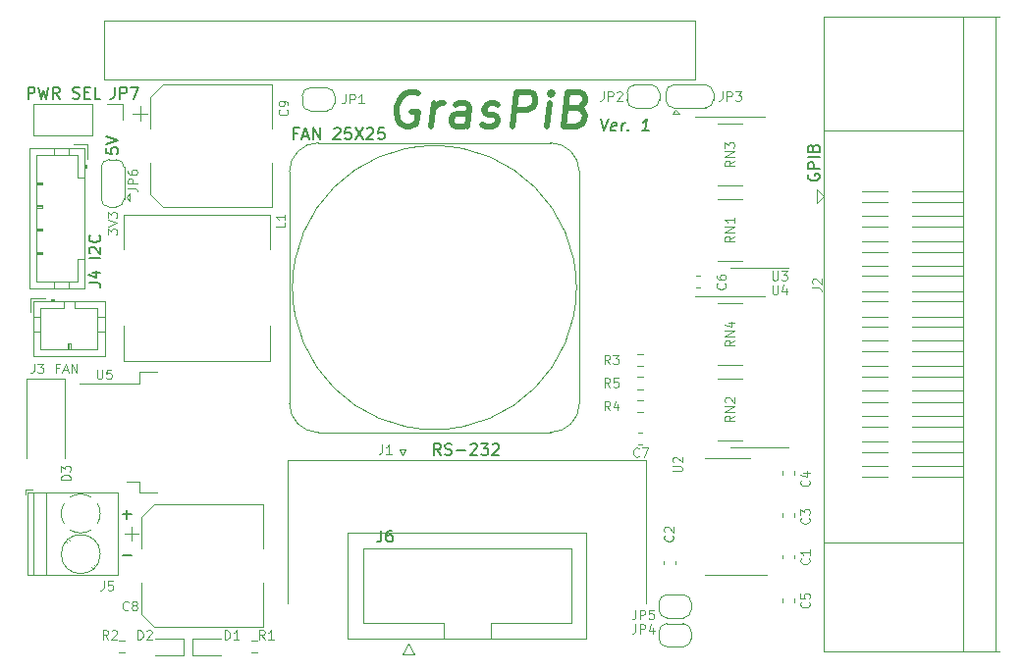
<source format=gbr>
%TF.GenerationSoftware,KiCad,Pcbnew,5.1.10*%
%TF.CreationDate,2021-11-27T10:51:30+01:00*%
%TF.ProjectId,GrasPiB_v1,47726173-5069-4425-9f76-312e6b696361,2*%
%TF.SameCoordinates,PX6779420PY3305860*%
%TF.FileFunction,Legend,Top*%
%TF.FilePolarity,Positive*%
%FSLAX46Y46*%
G04 Gerber Fmt 4.6, Leading zero omitted, Abs format (unit mm)*
G04 Created by KiCad (PCBNEW 5.1.10) date 2021-11-27 10:51:30*
%MOMM*%
%LPD*%
G01*
G04 APERTURE LIST*
%ADD10C,0.150000*%
%ADD11C,0.500000*%
%ADD12C,0.120000*%
%ADD13O,1.750000X1.200000*%
%ADD14C,1.600000*%
%ADD15C,6.000000*%
%ADD16O,1.700000X1.700000*%
%ADD17R,1.700000X1.700000*%
%ADD18C,1.700000*%
%ADD19R,1.500000X0.600000*%
%ADD20C,2.400000*%
%ADD21R,2.400000X2.400000*%
%ADD22R,2.900000X5.400000*%
%ADD23R,1.800000X3.500000*%
%ADD24R,9.400000X10.800000*%
%ADD25R,4.600000X1.100000*%
%ADD26R,1.500000X1.000000*%
%ADD27C,0.100000*%
%ADD28O,1.200000X1.750000*%
%ADD29C,2.700000*%
%ADD30O,2.000000X1.500000*%
%ADD31R,1.600000X1.600000*%
%ADD32C,4.000000*%
%ADD33R,1.000000X1.500000*%
%ADD34R,0.900000X0.900000*%
G04 APERTURE END LIST*
D10*
X49858348Y-9452380D02*
X50066681Y-10452380D01*
X50525014Y-9452380D01*
X51120252Y-10404761D02*
X51019062Y-10452380D01*
X50828586Y-10452380D01*
X50739300Y-10404761D01*
X50703586Y-10309523D01*
X50751205Y-9928571D01*
X50810729Y-9833333D01*
X50911919Y-9785714D01*
X51102395Y-9785714D01*
X51191681Y-9833333D01*
X51227395Y-9928571D01*
X51215491Y-10023809D01*
X50727395Y-10119047D01*
X51590491Y-10452380D02*
X51673824Y-9785714D01*
X51650014Y-9976190D02*
X51709538Y-9880952D01*
X51763110Y-9833333D01*
X51864300Y-9785714D01*
X51959538Y-9785714D01*
X52221443Y-10357142D02*
X52263110Y-10404761D01*
X52209538Y-10452380D01*
X52167872Y-10404761D01*
X52221443Y-10357142D01*
X52209538Y-10452380D01*
X53971443Y-10452380D02*
X53400014Y-10452380D01*
X53685729Y-10452380D02*
X53810729Y-9452380D01*
X53697633Y-9595238D01*
X53590491Y-9690476D01*
X53489300Y-9738095D01*
D11*
X34124553Y-7250000D02*
X33856696Y-7107142D01*
X33428125Y-7107142D01*
X32981696Y-7250000D01*
X32660267Y-7535714D01*
X32481696Y-7821428D01*
X32267410Y-8392857D01*
X32213839Y-8821428D01*
X32285267Y-9392857D01*
X32392410Y-9678571D01*
X32642410Y-9964285D01*
X33053125Y-10107142D01*
X33338839Y-10107142D01*
X33785267Y-9964285D01*
X33945982Y-9821428D01*
X34070982Y-8821428D01*
X33499553Y-8821428D01*
X35195982Y-10107142D02*
X35445982Y-8107142D01*
X35374553Y-8678571D02*
X35553125Y-8392857D01*
X35713839Y-8250000D01*
X36017410Y-8107142D01*
X36303125Y-8107142D01*
X38338839Y-10107142D02*
X38535267Y-8535714D01*
X38428125Y-8250000D01*
X38160267Y-8107142D01*
X37588839Y-8107142D01*
X37285267Y-8250000D01*
X38356696Y-9964285D02*
X38053125Y-10107142D01*
X37338839Y-10107142D01*
X37070982Y-9964285D01*
X36963839Y-9678571D01*
X36999553Y-9392857D01*
X37178125Y-9107142D01*
X37481696Y-8964285D01*
X38195982Y-8964285D01*
X38499553Y-8821428D01*
X39642410Y-9964285D02*
X39910267Y-10107142D01*
X40481696Y-10107142D01*
X40785267Y-9964285D01*
X40963839Y-9678571D01*
X40981696Y-9535714D01*
X40874553Y-9250000D01*
X40606696Y-9107142D01*
X40178125Y-9107142D01*
X39910267Y-8964285D01*
X39803125Y-8678571D01*
X39820982Y-8535714D01*
X39999553Y-8250000D01*
X40303125Y-8107142D01*
X40731696Y-8107142D01*
X40999553Y-8250000D01*
X42195982Y-10107142D02*
X42570982Y-7107142D01*
X43713839Y-7107142D01*
X43981696Y-7250000D01*
X44106696Y-7392857D01*
X44213839Y-7678571D01*
X44160267Y-8107142D01*
X43981696Y-8392857D01*
X43820982Y-8535714D01*
X43517410Y-8678571D01*
X42374553Y-8678571D01*
X45195982Y-10107142D02*
X45445982Y-8107142D01*
X45570982Y-7107142D02*
X45410267Y-7250000D01*
X45535267Y-7392857D01*
X45695982Y-7250000D01*
X45570982Y-7107142D01*
X45535267Y-7392857D01*
X47820982Y-8535714D02*
X48231696Y-8678571D01*
X48356696Y-8821428D01*
X48463839Y-9107142D01*
X48410267Y-9535714D01*
X48231696Y-9821428D01*
X48070982Y-9964285D01*
X47767410Y-10107142D01*
X46624553Y-10107142D01*
X46999553Y-7107142D01*
X47999553Y-7107142D01*
X48267410Y-7250000D01*
X48392410Y-7392857D01*
X48499553Y-7678571D01*
X48463839Y-7964285D01*
X48285267Y-8250000D01*
X48124553Y-8392857D01*
X47820982Y-8535714D01*
X46820982Y-8535714D01*
D10*
X67750000Y-14226190D02*
X67702380Y-14321428D01*
X67702380Y-14464285D01*
X67750000Y-14607142D01*
X67845238Y-14702380D01*
X67940476Y-14750000D01*
X68130952Y-14797619D01*
X68273809Y-14797619D01*
X68464285Y-14750000D01*
X68559523Y-14702380D01*
X68654761Y-14607142D01*
X68702380Y-14464285D01*
X68702380Y-14369047D01*
X68654761Y-14226190D01*
X68607142Y-14178571D01*
X68273809Y-14178571D01*
X68273809Y-14369047D01*
X68702380Y-13750000D02*
X67702380Y-13750000D01*
X67702380Y-13369047D01*
X67750000Y-13273809D01*
X67797619Y-13226190D01*
X67892857Y-13178571D01*
X68035714Y-13178571D01*
X68130952Y-13226190D01*
X68178571Y-13273809D01*
X68226190Y-13369047D01*
X68226190Y-13750000D01*
X68702380Y-12750000D02*
X67702380Y-12750000D01*
X68178571Y-11940476D02*
X68226190Y-11797619D01*
X68273809Y-11750000D01*
X68369047Y-11702380D01*
X68511904Y-11702380D01*
X68607142Y-11750000D01*
X68654761Y-11797619D01*
X68702380Y-11892857D01*
X68702380Y-12273809D01*
X67702380Y-12273809D01*
X67702380Y-11940476D01*
X67750000Y-11845238D01*
X67797619Y-11797619D01*
X67892857Y-11750000D01*
X67988095Y-11750000D01*
X68083333Y-11797619D01*
X68130952Y-11845238D01*
X68178571Y-11940476D01*
X68178571Y-12273809D01*
X8619047Y-47071428D02*
X9380952Y-47071428D01*
X8619047Y-43571428D02*
X9380952Y-43571428D01*
X9000000Y-43952380D02*
X9000000Y-43190476D01*
X36035714Y-38452380D02*
X35702380Y-37976190D01*
X35464285Y-38452380D02*
X35464285Y-37452380D01*
X35845238Y-37452380D01*
X35940476Y-37500000D01*
X35988095Y-37547619D01*
X36035714Y-37642857D01*
X36035714Y-37785714D01*
X35988095Y-37880952D01*
X35940476Y-37928571D01*
X35845238Y-37976190D01*
X35464285Y-37976190D01*
X36416666Y-38404761D02*
X36559523Y-38452380D01*
X36797619Y-38452380D01*
X36892857Y-38404761D01*
X36940476Y-38357142D01*
X36988095Y-38261904D01*
X36988095Y-38166666D01*
X36940476Y-38071428D01*
X36892857Y-38023809D01*
X36797619Y-37976190D01*
X36607142Y-37928571D01*
X36511904Y-37880952D01*
X36464285Y-37833333D01*
X36416666Y-37738095D01*
X36416666Y-37642857D01*
X36464285Y-37547619D01*
X36511904Y-37500000D01*
X36607142Y-37452380D01*
X36845238Y-37452380D01*
X36988095Y-37500000D01*
X37416666Y-38071428D02*
X38178571Y-38071428D01*
X38607142Y-37547619D02*
X38654761Y-37500000D01*
X38750000Y-37452380D01*
X38988095Y-37452380D01*
X39083333Y-37500000D01*
X39130952Y-37547619D01*
X39178571Y-37642857D01*
X39178571Y-37738095D01*
X39130952Y-37880952D01*
X38559523Y-38452380D01*
X39178571Y-38452380D01*
X39511904Y-37452380D02*
X40130952Y-37452380D01*
X39797619Y-37833333D01*
X39940476Y-37833333D01*
X40035714Y-37880952D01*
X40083333Y-37928571D01*
X40130952Y-38023809D01*
X40130952Y-38261904D01*
X40083333Y-38357142D01*
X40035714Y-38404761D01*
X39940476Y-38452380D01*
X39654761Y-38452380D01*
X39559523Y-38404761D01*
X39511904Y-38357142D01*
X40511904Y-37547619D02*
X40559523Y-37500000D01*
X40654761Y-37452380D01*
X40892857Y-37452380D01*
X40988095Y-37500000D01*
X41035714Y-37547619D01*
X41083333Y-37642857D01*
X41083333Y-37738095D01*
X41035714Y-37880952D01*
X40464285Y-38452380D01*
X41083333Y-38452380D01*
X452380Y-7702380D02*
X452380Y-6702380D01*
X833333Y-6702380D01*
X928571Y-6750000D01*
X976190Y-6797619D01*
X1023809Y-6892857D01*
X1023809Y-7035714D01*
X976190Y-7130952D01*
X928571Y-7178571D01*
X833333Y-7226190D01*
X452380Y-7226190D01*
X1357142Y-6702380D02*
X1595238Y-7702380D01*
X1785714Y-6988095D01*
X1976190Y-7702380D01*
X2214285Y-6702380D01*
X3166666Y-7702380D02*
X2833333Y-7226190D01*
X2595238Y-7702380D02*
X2595238Y-6702380D01*
X2976190Y-6702380D01*
X3071428Y-6750000D01*
X3119047Y-6797619D01*
X3166666Y-6892857D01*
X3166666Y-7035714D01*
X3119047Y-7130952D01*
X3071428Y-7178571D01*
X2976190Y-7226190D01*
X2595238Y-7226190D01*
X4309523Y-7654761D02*
X4452380Y-7702380D01*
X4690476Y-7702380D01*
X4785714Y-7654761D01*
X4833333Y-7607142D01*
X4880952Y-7511904D01*
X4880952Y-7416666D01*
X4833333Y-7321428D01*
X4785714Y-7273809D01*
X4690476Y-7226190D01*
X4500000Y-7178571D01*
X4404761Y-7130952D01*
X4357142Y-7083333D01*
X4309523Y-6988095D01*
X4309523Y-6892857D01*
X4357142Y-6797619D01*
X4404761Y-6750000D01*
X4500000Y-6702380D01*
X4738095Y-6702380D01*
X4880952Y-6750000D01*
X5309523Y-7178571D02*
X5642857Y-7178571D01*
X5785714Y-7702380D02*
X5309523Y-7702380D01*
X5309523Y-6702380D01*
X5785714Y-6702380D01*
X6690476Y-7702380D02*
X6214285Y-7702380D01*
X6214285Y-6702380D01*
D12*
X7311904Y-19423238D02*
X7311904Y-18928000D01*
X7616666Y-19194666D01*
X7616666Y-19080380D01*
X7654761Y-19004190D01*
X7692857Y-18966095D01*
X7769047Y-18928000D01*
X7959523Y-18928000D01*
X8035714Y-18966095D01*
X8073809Y-19004190D01*
X8111904Y-19080380D01*
X8111904Y-19308952D01*
X8073809Y-19385142D01*
X8035714Y-19423238D01*
X7311904Y-18699428D02*
X8111904Y-18432761D01*
X7311904Y-18166095D01*
X7311904Y-17975619D02*
X7311904Y-17480380D01*
X7616666Y-17747047D01*
X7616666Y-17632761D01*
X7654761Y-17556571D01*
X7692857Y-17518476D01*
X7769047Y-17480380D01*
X7959523Y-17480380D01*
X8035714Y-17518476D01*
X8073809Y-17556571D01*
X8111904Y-17632761D01*
X8111904Y-17861333D01*
X8073809Y-17937523D01*
X8035714Y-17975619D01*
D10*
X7202380Y-11938214D02*
X7202380Y-12414404D01*
X7678571Y-12462023D01*
X7630952Y-12414404D01*
X7583333Y-12319166D01*
X7583333Y-12081071D01*
X7630952Y-11985833D01*
X7678571Y-11938214D01*
X7773809Y-11890595D01*
X8011904Y-11890595D01*
X8107142Y-11938214D01*
X8154761Y-11985833D01*
X8202380Y-12081071D01*
X8202380Y-12319166D01*
X8154761Y-12414404D01*
X8107142Y-12462023D01*
X7202380Y-11604880D02*
X8202380Y-11271547D01*
X7202380Y-10938214D01*
X6702380Y-21476190D02*
X5702380Y-21476190D01*
X5797619Y-21047619D02*
X5750000Y-21000000D01*
X5702380Y-20904761D01*
X5702380Y-20666666D01*
X5750000Y-20571428D01*
X5797619Y-20523809D01*
X5892857Y-20476190D01*
X5988095Y-20476190D01*
X6130952Y-20523809D01*
X6702380Y-21095238D01*
X6702380Y-20476190D01*
X6607142Y-19476190D02*
X6654761Y-19523809D01*
X6702380Y-19666666D01*
X6702380Y-19761904D01*
X6654761Y-19904761D01*
X6559523Y-20000000D01*
X6464285Y-20047619D01*
X6273809Y-20095238D01*
X6130952Y-20095238D01*
X5940476Y-20047619D01*
X5845238Y-20000000D01*
X5750000Y-19904761D01*
X5702380Y-19761904D01*
X5702380Y-19666666D01*
X5750000Y-19523809D01*
X5797619Y-19476190D01*
D12*
X3102380Y-30942857D02*
X2835714Y-30942857D01*
X2835714Y-31361904D02*
X2835714Y-30561904D01*
X3216666Y-30561904D01*
X3483333Y-31133333D02*
X3864285Y-31133333D01*
X3407142Y-31361904D02*
X3673809Y-30561904D01*
X3940476Y-31361904D01*
X4207142Y-31361904D02*
X4207142Y-30561904D01*
X4664285Y-31361904D01*
X4664285Y-30561904D01*
D10*
X23678571Y-10678571D02*
X23345238Y-10678571D01*
X23345238Y-11202380D02*
X23345238Y-10202380D01*
X23821428Y-10202380D01*
X24154761Y-10916666D02*
X24630952Y-10916666D01*
X24059523Y-11202380D02*
X24392857Y-10202380D01*
X24726190Y-11202380D01*
X25059523Y-11202380D02*
X25059523Y-10202380D01*
X25630952Y-11202380D01*
X25630952Y-10202380D01*
X26821428Y-10297619D02*
X26869047Y-10250000D01*
X26964285Y-10202380D01*
X27202380Y-10202380D01*
X27297619Y-10250000D01*
X27345238Y-10297619D01*
X27392857Y-10392857D01*
X27392857Y-10488095D01*
X27345238Y-10630952D01*
X26773809Y-11202380D01*
X27392857Y-11202380D01*
X28297619Y-10202380D02*
X27821428Y-10202380D01*
X27773809Y-10678571D01*
X27821428Y-10630952D01*
X27916666Y-10583333D01*
X28154761Y-10583333D01*
X28250000Y-10630952D01*
X28297619Y-10678571D01*
X28345238Y-10773809D01*
X28345238Y-11011904D01*
X28297619Y-11107142D01*
X28250000Y-11154761D01*
X28154761Y-11202380D01*
X27916666Y-11202380D01*
X27821428Y-11154761D01*
X27773809Y-11107142D01*
X28678571Y-10202380D02*
X29345238Y-11202380D01*
X29345238Y-10202380D02*
X28678571Y-11202380D01*
X29678571Y-10297619D02*
X29726190Y-10250000D01*
X29821428Y-10202380D01*
X30059523Y-10202380D01*
X30154761Y-10250000D01*
X30202380Y-10297619D01*
X30250000Y-10392857D01*
X30250000Y-10488095D01*
X30202380Y-10630952D01*
X29630952Y-11202380D01*
X30250000Y-11202380D01*
X31154761Y-10202380D02*
X30678571Y-10202380D01*
X30630952Y-10678571D01*
X30678571Y-10630952D01*
X30773809Y-10583333D01*
X31011904Y-10583333D01*
X31107142Y-10630952D01*
X31154761Y-10678571D01*
X31202380Y-10773809D01*
X31202380Y-11011904D01*
X31154761Y-11107142D01*
X31107142Y-11154761D01*
X31011904Y-11202380D01*
X30773809Y-11202380D01*
X30678571Y-11154761D01*
X30630952Y-11107142D01*
D12*
X23000000Y-34000000D02*
X23000000Y-14000000D01*
X45500000Y-36500000D02*
X25500000Y-36500000D01*
X48000000Y-34000000D02*
X48000000Y-14000000D01*
X25500000Y-11500000D02*
X45500000Y-11500000D01*
X47750000Y-24000000D02*
G75*
G03*
X47750000Y-24000000I-12250000J0D01*
G01*
X25500000Y-36500000D02*
G75*
G02*
X23000000Y-34000000I0J2500000D01*
G01*
X48000000Y-34000000D02*
G75*
G02*
X45500000Y-36500000I-2500000J0D01*
G01*
X45500000Y-11500000D02*
G75*
G02*
X48000000Y-14000000I0J-2500000D01*
G01*
X23000000Y-14000000D02*
G75*
G02*
X25500000Y-11500000I2500000J0D01*
G01*
%TO.C,J4*%
X5310000Y-11940000D02*
X590000Y-11940000D01*
X590000Y-11940000D02*
X590000Y-24060000D01*
X590000Y-24060000D02*
X5310000Y-24060000D01*
X5310000Y-24060000D02*
X5310000Y-11940000D01*
X5310000Y-13700000D02*
X5510000Y-13700000D01*
X5510000Y-13700000D02*
X5510000Y-13400000D01*
X5510000Y-13400000D02*
X5310000Y-13400000D01*
X5410000Y-13700000D02*
X5410000Y-13400000D01*
X5310000Y-14500000D02*
X4700000Y-14500000D01*
X4700000Y-14500000D02*
X4700000Y-12550000D01*
X4700000Y-12550000D02*
X1200000Y-12550000D01*
X1200000Y-12550000D02*
X1200000Y-23450000D01*
X1200000Y-23450000D02*
X4700000Y-23450000D01*
X4700000Y-23450000D02*
X4700000Y-21500000D01*
X4700000Y-21500000D02*
X5310000Y-21500000D01*
X4000000Y-11940000D02*
X4000000Y-12550000D01*
X2700000Y-11940000D02*
X2700000Y-12550000D01*
X4000000Y-24060000D02*
X4000000Y-23450000D01*
X2700000Y-24060000D02*
X2700000Y-23450000D01*
X1200000Y-14900000D02*
X1700000Y-14900000D01*
X1700000Y-14900000D02*
X1700000Y-15100000D01*
X1700000Y-15100000D02*
X1200000Y-15100000D01*
X1200000Y-15000000D02*
X1700000Y-15000000D01*
X1200000Y-16900000D02*
X1700000Y-16900000D01*
X1700000Y-16900000D02*
X1700000Y-17100000D01*
X1700000Y-17100000D02*
X1200000Y-17100000D01*
X1200000Y-17000000D02*
X1700000Y-17000000D01*
X1200000Y-18900000D02*
X1700000Y-18900000D01*
X1700000Y-18900000D02*
X1700000Y-19100000D01*
X1700000Y-19100000D02*
X1200000Y-19100000D01*
X1200000Y-19000000D02*
X1700000Y-19000000D01*
X1200000Y-20900000D02*
X1700000Y-20900000D01*
X1700000Y-20900000D02*
X1700000Y-21100000D01*
X1700000Y-21100000D02*
X1200000Y-21100000D01*
X1200000Y-21000000D02*
X1700000Y-21000000D01*
X5610000Y-12890000D02*
X5610000Y-11640000D01*
X5610000Y-11640000D02*
X4360000Y-11640000D01*
%TO.C,U1*%
X7000000Y-6000000D02*
X7000000Y-1000000D01*
X58000000Y-6000000D02*
X7000000Y-6000000D01*
X58000000Y-1000000D02*
X58000000Y-6000000D01*
X7000000Y-1000000D02*
X58000000Y-1000000D01*
%TO.C,R5*%
X52995276Y-31727500D02*
X53504724Y-31727500D01*
X52995276Y-32772500D02*
X53504724Y-32772500D01*
%TO.C,R4*%
X52995276Y-33727500D02*
X53504724Y-33727500D01*
X52995276Y-34772500D02*
X53504724Y-34772500D01*
%TO.C,R3*%
X52995276Y-29727500D02*
X53504724Y-29727500D01*
X52995276Y-30772500D02*
X53504724Y-30772500D01*
%TO.C,U2*%
X60750000Y-48810000D02*
X64200000Y-48810000D01*
X60750000Y-48810000D02*
X58800000Y-48810000D01*
X60750000Y-38690000D02*
X62700000Y-38690000D01*
X60750000Y-38690000D02*
X58800000Y-38690000D01*
%TO.C,JP7*%
X8620000Y-8170000D02*
X8620000Y-9500000D01*
X7290000Y-8170000D02*
X8620000Y-8170000D01*
X6020000Y-8170000D02*
X6020000Y-10830000D01*
X6020000Y-10830000D02*
X880000Y-10830000D01*
X6020000Y-8170000D02*
X880000Y-8170000D01*
X880000Y-8170000D02*
X880000Y-10830000D01*
%TO.C,J6*%
X33750000Y-55680000D02*
X33250000Y-54680000D01*
X32750000Y-55680000D02*
X33750000Y-55680000D01*
X33250000Y-54680000D02*
X32750000Y-55680000D01*
X40380000Y-52980000D02*
X40380000Y-54290000D01*
X40380000Y-52980000D02*
X40380000Y-52980000D01*
X47320000Y-52980000D02*
X40380000Y-52980000D01*
X47320000Y-46480000D02*
X47320000Y-52980000D01*
X29340000Y-46480000D02*
X47320000Y-46480000D01*
X29340000Y-52980000D02*
X29340000Y-46480000D01*
X36280000Y-52980000D02*
X29340000Y-52980000D01*
X36280000Y-54290000D02*
X36280000Y-52980000D01*
X48620000Y-54290000D02*
X28040000Y-54290000D01*
X48620000Y-45170000D02*
X48620000Y-54290000D01*
X28040000Y-45170000D02*
X48620000Y-45170000D01*
X28040000Y-54290000D02*
X28040000Y-45170000D01*
%TO.C,U4*%
X66000000Y-37780000D02*
X61000000Y-37780000D01*
X64000000Y-24720000D02*
X58000000Y-24720000D01*
%TO.C,J5*%
X200000Y-41450000D02*
X200000Y-41850000D01*
X840000Y-41450000D02*
X200000Y-41450000D01*
X4059000Y-45855000D02*
X3931000Y-45726000D01*
X6275000Y-48070000D02*
X6181000Y-47976000D01*
X3819000Y-46025000D02*
X3726000Y-45931000D01*
X6069000Y-48275000D02*
X5941000Y-48146000D01*
X8160000Y-48810000D02*
X440000Y-48810000D01*
X8160000Y-41690000D02*
X440000Y-41690000D01*
X440000Y-41690000D02*
X440000Y-48810000D01*
X8160000Y-41690000D02*
X8160000Y-48810000D01*
X2000000Y-41690000D02*
X2000000Y-48810000D01*
X900000Y-41690000D02*
X900000Y-48810000D01*
X6680000Y-47000000D02*
G75*
G03*
X6680000Y-47000000I-1680000J0D01*
G01*
X3319901Y-43528674D02*
G75*
G02*
X3560000Y-42634000I1680099J28674D01*
G01*
X4110106Y-42074642D02*
G75*
G02*
X5866000Y-42060000I889894J-1425358D01*
G01*
X6425358Y-42610106D02*
G75*
G02*
X6440000Y-44366000I-1425358J-889894D01*
G01*
X5890193Y-44925505D02*
G75*
G02*
X4109000Y-44925000I-890193J1425505D01*
G01*
X3575279Y-44390264D02*
G75*
G02*
X3320000Y-43500000I1424721J890264D01*
G01*
%TO.C,L1*%
X8700000Y-30300000D02*
X8700000Y-27300000D01*
X21300000Y-30300000D02*
X8700000Y-30300000D01*
X21300000Y-27300000D02*
X21300000Y-30300000D01*
X21300000Y-17700000D02*
X21300000Y-20700000D01*
X8700000Y-17700000D02*
X21300000Y-17700000D01*
X8700000Y-20700000D02*
X8700000Y-17700000D01*
%TO.C,D3*%
X3650000Y-31850000D02*
X3650000Y-38750000D01*
X350000Y-31850000D02*
X350000Y-38750000D01*
X3650000Y-31850000D02*
X350000Y-31850000D01*
%TO.C,U5*%
X10050000Y-40750000D02*
X8950000Y-40750000D01*
X10050000Y-41700000D02*
X10050000Y-40750000D01*
X11550000Y-41700000D02*
X10050000Y-41700000D01*
X10050000Y-32250000D02*
X4925000Y-32250000D01*
X10050000Y-31300000D02*
X10050000Y-32250000D01*
X11550000Y-31300000D02*
X10050000Y-31300000D01*
%TO.C,JP6*%
X6750000Y-16400000D02*
X6750000Y-13600000D01*
X7450000Y-12950000D02*
X8050000Y-12950000D01*
X8750000Y-13600000D02*
X8750000Y-16400000D01*
X8050000Y-17050000D02*
X7450000Y-17050000D01*
X8950000Y-16200000D02*
X9250000Y-16500000D01*
X9250000Y-16500000D02*
X9250000Y-15900000D01*
X8950000Y-16200000D02*
X9250000Y-15900000D01*
X7450000Y-17050000D02*
G75*
G02*
X6750000Y-16350000I0J700000D01*
G01*
X8750000Y-16350000D02*
G75*
G02*
X8050000Y-17050000I-700000J0D01*
G01*
X8050000Y-12950000D02*
G75*
G02*
X8750000Y-13650000I0J-700000D01*
G01*
X6750000Y-13650000D02*
G75*
G02*
X7450000Y-12950000I700000J0D01*
G01*
%TO.C,J3*%
X640000Y-24890000D02*
X640000Y-26140000D01*
X1890000Y-24890000D02*
X640000Y-24890000D01*
X4000000Y-29300000D02*
X4000000Y-28800000D01*
X4100000Y-28800000D02*
X4100000Y-29300000D01*
X3900000Y-28800000D02*
X4100000Y-28800000D01*
X3900000Y-29300000D02*
X3900000Y-28800000D01*
X7060000Y-27800000D02*
X6450000Y-27800000D01*
X7060000Y-26500000D02*
X6450000Y-26500000D01*
X940000Y-27800000D02*
X1550000Y-27800000D01*
X940000Y-26500000D02*
X1550000Y-26500000D01*
X4500000Y-25800000D02*
X4500000Y-25190000D01*
X6450000Y-25800000D02*
X4500000Y-25800000D01*
X6450000Y-29300000D02*
X6450000Y-25800000D01*
X1550000Y-29300000D02*
X6450000Y-29300000D01*
X1550000Y-25800000D02*
X1550000Y-29300000D01*
X3500000Y-25800000D02*
X1550000Y-25800000D01*
X3500000Y-25190000D02*
X3500000Y-25800000D01*
X2700000Y-25090000D02*
X2400000Y-25090000D01*
X2400000Y-24990000D02*
X2400000Y-25190000D01*
X2700000Y-24990000D02*
X2400000Y-24990000D01*
X2700000Y-25190000D02*
X2700000Y-24990000D01*
X7060000Y-25190000D02*
X940000Y-25190000D01*
X7060000Y-29910000D02*
X7060000Y-25190000D01*
X940000Y-29910000D02*
X7060000Y-29910000D01*
X940000Y-25190000D02*
X940000Y-29910000D01*
%TO.C,C9*%
X10125000Y-8365000D02*
X10125000Y-9615000D01*
X9500000Y-8990000D02*
X10750000Y-8990000D01*
X10990000Y-15945563D02*
X12054437Y-17010000D01*
X10990000Y-7554437D02*
X12054437Y-6490000D01*
X10990000Y-7554437D02*
X10990000Y-10240000D01*
X10990000Y-15945563D02*
X10990000Y-13260000D01*
X12054437Y-17010000D02*
X21510000Y-17010000D01*
X12054437Y-6490000D02*
X21510000Y-6490000D01*
X21510000Y-6490000D02*
X21510000Y-10240000D01*
X21510000Y-17010000D02*
X21510000Y-13260000D01*
%TO.C,C8*%
X9375000Y-44615000D02*
X9375000Y-45865000D01*
X8750000Y-45240000D02*
X10000000Y-45240000D01*
X10240000Y-52195563D02*
X11304437Y-53260000D01*
X10240000Y-43804437D02*
X11304437Y-42740000D01*
X10240000Y-43804437D02*
X10240000Y-46490000D01*
X10240000Y-52195563D02*
X10240000Y-49510000D01*
X11304437Y-53260000D02*
X20760000Y-53260000D01*
X11304437Y-42740000D02*
X20760000Y-42740000D01*
X20760000Y-42740000D02*
X20760000Y-46490000D01*
X20760000Y-53260000D02*
X20760000Y-49510000D01*
%TO.C,J2*%
X74600000Y-15700000D02*
X72400000Y-15700000D01*
X72400000Y-16600000D02*
X74600000Y-16600000D01*
X74600000Y-17800000D02*
X72400000Y-17800000D01*
X72400000Y-18700000D02*
X74600000Y-18700000D01*
X74600000Y-20000000D02*
X72400000Y-20000000D01*
X72400000Y-20900000D02*
X74600000Y-20900000D01*
X74600000Y-22100000D02*
X72400000Y-22100000D01*
X72400000Y-23000000D02*
X74600000Y-23000000D01*
X74600000Y-24300000D02*
X72400000Y-24300000D01*
X72400000Y-25200000D02*
X74600000Y-25200000D01*
X74600000Y-26500000D02*
X72400000Y-26500000D01*
X72400000Y-27400000D02*
X74600000Y-27400000D01*
X74600000Y-28600000D02*
X72400000Y-28600000D01*
X72400000Y-29500000D02*
X74600000Y-29500000D01*
X74600000Y-30800000D02*
X72400000Y-30800000D01*
X72400000Y-31700000D02*
X74600000Y-31700000D01*
X74600000Y-32900000D02*
X72400000Y-32900000D01*
X72400000Y-33900000D02*
X74600000Y-33900000D01*
X74600000Y-35100000D02*
X72400000Y-35100000D01*
X72400000Y-36000000D02*
X74600000Y-36000000D01*
X74600000Y-37300000D02*
X72400000Y-37300000D01*
X72400000Y-38200000D02*
X74600000Y-38200000D01*
X74600000Y-39400000D02*
X72400000Y-39400000D01*
X72400000Y-40300000D02*
X74600000Y-40300000D01*
X76700000Y-15700000D02*
X81100000Y-15700000D01*
X81100000Y-16600000D02*
X76700000Y-16600000D01*
X76700000Y-17800000D02*
X81100000Y-17800000D01*
X81100000Y-18700000D02*
X76700000Y-18700000D01*
X76700000Y-20000000D02*
X81100000Y-20000000D01*
X81100000Y-20900000D02*
X76700000Y-20900000D01*
X76700000Y-22100000D02*
X81100000Y-22100000D01*
X81100000Y-23000000D02*
X76700000Y-23000000D01*
X76700000Y-24300000D02*
X81100000Y-24300000D01*
X81100000Y-25200000D02*
X76700000Y-25200000D01*
X76700000Y-26500000D02*
X81100000Y-26500000D01*
X81100000Y-27400000D02*
X76700000Y-27400000D01*
X76700000Y-28600000D02*
X81100000Y-28600000D01*
X81100000Y-29500000D02*
X76700000Y-29500000D01*
X76700000Y-30800000D02*
X81100000Y-30800000D01*
X81100000Y-31700000D02*
X76700000Y-31700000D01*
X76700000Y-32900000D02*
X81100000Y-32900000D01*
X81100000Y-33900000D02*
X76700000Y-33900000D01*
X76700000Y-35100000D02*
X81100000Y-35100000D01*
X81100000Y-36000000D02*
X76700000Y-36000000D01*
X81100000Y-37300000D02*
X81100000Y-36000000D01*
X76700000Y-37300000D02*
X81100000Y-37300000D01*
X81100000Y-38200000D02*
X76700000Y-38200000D01*
X76700000Y-39400000D02*
X81100000Y-39400000D01*
X81100000Y-40300000D02*
X76700000Y-40300000D01*
X81100000Y-46000000D02*
X69100000Y-46000000D01*
X81100000Y-10400000D02*
X69100000Y-10400000D01*
X81100000Y-55400000D02*
X81100000Y-600000D01*
X83900000Y-55400000D02*
X83900000Y-600000D01*
X68500000Y-15500000D02*
X69100000Y-16100000D01*
X68500000Y-16700000D02*
X68500000Y-15500000D01*
X69100000Y-16100000D02*
X68500000Y-16700000D01*
X69100000Y-600000D02*
X84200000Y-600000D01*
X69100000Y-55400000D02*
X69100000Y-600000D01*
X84200000Y-55400000D02*
X69100000Y-55400000D01*
%TO.C,C1*%
X65490000Y-47103733D02*
X65490000Y-47396267D01*
X66510000Y-47103733D02*
X66510000Y-47396267D01*
%TO.C,C2*%
X56260000Y-47603733D02*
X56260000Y-47896267D01*
X55240000Y-47603733D02*
X55240000Y-47896267D01*
%TO.C,C3*%
X66510000Y-43758767D02*
X66510000Y-43466233D01*
X65490000Y-43758767D02*
X65490000Y-43466233D01*
%TO.C,C4*%
X66510000Y-39853733D02*
X66510000Y-40146267D01*
X65490000Y-39853733D02*
X65490000Y-40146267D01*
%TO.C,C5*%
X66510000Y-51146267D02*
X66510000Y-50853733D01*
X65490000Y-51146267D02*
X65490000Y-50853733D01*
%TO.C,C6*%
X58396267Y-24010000D02*
X58103733Y-24010000D01*
X58396267Y-22990000D02*
X58103733Y-22990000D01*
%TO.C,C7*%
X53103733Y-37510000D02*
X53396267Y-37510000D01*
X53103733Y-36490000D02*
X53396267Y-36490000D01*
%TO.C,D1*%
X14590000Y-55735000D02*
X17050000Y-55735000D01*
X14590000Y-54265000D02*
X14590000Y-55735000D01*
X17050000Y-54265000D02*
X14590000Y-54265000D01*
%TO.C,D2*%
X11450000Y-55735000D02*
X13910000Y-55735000D01*
X13910000Y-55735000D02*
X13910000Y-54265000D01*
X13910000Y-54265000D02*
X11450000Y-54265000D01*
%TO.C,J1*%
X32750000Y-38428675D02*
X32500000Y-37995662D01*
X33000000Y-37995662D02*
X32750000Y-38428675D01*
X32500000Y-37995662D02*
X33000000Y-37995662D01*
X53775000Y-38890000D02*
X53775000Y-51230000D01*
X22805000Y-38890000D02*
X53775000Y-38890000D01*
X22805000Y-51230000D02*
X22805000Y-38890000D01*
%TO.C,JP1*%
X26200000Y-8750000D02*
X24800000Y-8750000D01*
X24100000Y-8050000D02*
X24100000Y-7450000D01*
X24800000Y-6750000D02*
X26200000Y-6750000D01*
X26900000Y-7450000D02*
X26900000Y-8050000D01*
X24800000Y-8750000D02*
G75*
G02*
X24100000Y-8050000I0J700000D01*
G01*
X24100000Y-7450000D02*
G75*
G02*
X24800000Y-6750000I700000J0D01*
G01*
X26200000Y-6750000D02*
G75*
G02*
X26900000Y-7450000I0J-700000D01*
G01*
X26900000Y-8050000D02*
G75*
G02*
X26200000Y-8750000I-700000J0D01*
G01*
%TO.C,JP2*%
X54900000Y-7200000D02*
X54900000Y-7800000D01*
X52800000Y-6500000D02*
X54200000Y-6500000D01*
X52100000Y-7800000D02*
X52100000Y-7200000D01*
X54200000Y-8500000D02*
X52800000Y-8500000D01*
X54900000Y-7800000D02*
G75*
G02*
X54200000Y-8500000I-700000J0D01*
G01*
X54200000Y-6500000D02*
G75*
G02*
X54900000Y-7200000I0J-700000D01*
G01*
X52100000Y-7200000D02*
G75*
G02*
X52800000Y-6500000I700000J0D01*
G01*
X52800000Y-8500000D02*
G75*
G02*
X52100000Y-7800000I0J700000D01*
G01*
%TO.C,JP3*%
X56100000Y-6500000D02*
X58900000Y-6500000D01*
X59550000Y-7200000D02*
X59550000Y-7800000D01*
X58900000Y-8500000D02*
X56100000Y-8500000D01*
X55450000Y-7800000D02*
X55450000Y-7200000D01*
X56300000Y-8700000D02*
X56000000Y-9000000D01*
X56000000Y-9000000D02*
X56600000Y-9000000D01*
X56300000Y-8700000D02*
X56600000Y-9000000D01*
X58850000Y-6500000D02*
G75*
G02*
X59550000Y-7200000I0J-700000D01*
G01*
X59550000Y-7800000D02*
G75*
G02*
X58850000Y-8500000I-700000J0D01*
G01*
X56150000Y-8500000D02*
G75*
G02*
X55450000Y-7800000I0J700000D01*
G01*
X55450000Y-7200000D02*
G75*
G02*
X56150000Y-6500000I700000J0D01*
G01*
%TO.C,JP4*%
X57650000Y-53700000D02*
X57650000Y-54300000D01*
X55550000Y-53000000D02*
X56950000Y-53000000D01*
X54850000Y-54300000D02*
X54850000Y-53700000D01*
X56950000Y-55000000D02*
X55550000Y-55000000D01*
X57650000Y-54300000D02*
G75*
G02*
X56950000Y-55000000I-700000J0D01*
G01*
X56950000Y-53000000D02*
G75*
G02*
X57650000Y-53700000I0J-700000D01*
G01*
X54850000Y-53700000D02*
G75*
G02*
X55550000Y-53000000I700000J0D01*
G01*
X55550000Y-55000000D02*
G75*
G02*
X54850000Y-54300000I0J700000D01*
G01*
%TO.C,JP5*%
X56950000Y-52500000D02*
X55550000Y-52500000D01*
X54850000Y-51800000D02*
X54850000Y-51200000D01*
X55550000Y-50500000D02*
X56950000Y-50500000D01*
X57650000Y-51200000D02*
X57650000Y-51800000D01*
X55550000Y-52500000D02*
G75*
G02*
X54850000Y-51800000I0J700000D01*
G01*
X54850000Y-51200000D02*
G75*
G02*
X55550000Y-50500000I700000J0D01*
G01*
X56950000Y-50500000D02*
G75*
G02*
X57650000Y-51200000I0J-700000D01*
G01*
X57650000Y-51800000D02*
G75*
G02*
X56950000Y-52500000I-700000J0D01*
G01*
%TO.C,R1*%
X20254724Y-54477500D02*
X19745276Y-54477500D01*
X20254724Y-55522500D02*
X19745276Y-55522500D01*
%TO.C,R2*%
X8754724Y-55522500D02*
X8245276Y-55522500D01*
X8754724Y-54477500D02*
X8245276Y-54477500D01*
%TO.C,RN1*%
X59950000Y-16330000D02*
X62050000Y-16330000D01*
X59950000Y-21670000D02*
X62050000Y-21670000D01*
%TO.C,RN2*%
X59950000Y-37170000D02*
X62050000Y-37170000D01*
X59950000Y-31830000D02*
X62050000Y-31830000D01*
%TO.C,RN3*%
X59950000Y-15170000D02*
X62050000Y-15170000D01*
X59950000Y-9830000D02*
X62050000Y-9830000D01*
%TO.C,RN4*%
X59950000Y-25330000D02*
X62050000Y-25330000D01*
X59950000Y-30670000D02*
X62050000Y-30670000D01*
%TO.C,U3*%
X64000000Y-9220000D02*
X58000000Y-9220000D01*
X66000000Y-22280000D02*
X61000000Y-22280000D01*
%TO.C,J4*%
D10*
X5702380Y-23583333D02*
X6416666Y-23583333D01*
X6559523Y-23630952D01*
X6654761Y-23726190D01*
X6702380Y-23869047D01*
X6702380Y-23964285D01*
X6035714Y-22678571D02*
X6702380Y-22678571D01*
X5654761Y-22916666D02*
X6369047Y-23154761D01*
X6369047Y-22535714D01*
%TO.C,R5*%
D12*
X50616666Y-32611904D02*
X50350000Y-32230952D01*
X50159523Y-32611904D02*
X50159523Y-31811904D01*
X50464285Y-31811904D01*
X50540476Y-31850000D01*
X50578571Y-31888095D01*
X50616666Y-31964285D01*
X50616666Y-32078571D01*
X50578571Y-32154761D01*
X50540476Y-32192857D01*
X50464285Y-32230952D01*
X50159523Y-32230952D01*
X51340476Y-31811904D02*
X50959523Y-31811904D01*
X50921428Y-32192857D01*
X50959523Y-32154761D01*
X51035714Y-32116666D01*
X51226190Y-32116666D01*
X51302380Y-32154761D01*
X51340476Y-32192857D01*
X51378571Y-32269047D01*
X51378571Y-32459523D01*
X51340476Y-32535714D01*
X51302380Y-32573809D01*
X51226190Y-32611904D01*
X51035714Y-32611904D01*
X50959523Y-32573809D01*
X50921428Y-32535714D01*
%TO.C,R4*%
X50616666Y-34611904D02*
X50350000Y-34230952D01*
X50159523Y-34611904D02*
X50159523Y-33811904D01*
X50464285Y-33811904D01*
X50540476Y-33850000D01*
X50578571Y-33888095D01*
X50616666Y-33964285D01*
X50616666Y-34078571D01*
X50578571Y-34154761D01*
X50540476Y-34192857D01*
X50464285Y-34230952D01*
X50159523Y-34230952D01*
X51302380Y-34078571D02*
X51302380Y-34611904D01*
X51111904Y-33773809D02*
X50921428Y-34345238D01*
X51416666Y-34345238D01*
%TO.C,R3*%
X50616666Y-30611904D02*
X50350000Y-30230952D01*
X50159523Y-30611904D02*
X50159523Y-29811904D01*
X50464285Y-29811904D01*
X50540476Y-29850000D01*
X50578571Y-29888095D01*
X50616666Y-29964285D01*
X50616666Y-30078571D01*
X50578571Y-30154761D01*
X50540476Y-30192857D01*
X50464285Y-30230952D01*
X50159523Y-30230952D01*
X50883333Y-29811904D02*
X51378571Y-29811904D01*
X51111904Y-30116666D01*
X51226190Y-30116666D01*
X51302380Y-30154761D01*
X51340476Y-30192857D01*
X51378571Y-30269047D01*
X51378571Y-30459523D01*
X51340476Y-30535714D01*
X51302380Y-30573809D01*
X51226190Y-30611904D01*
X50997619Y-30611904D01*
X50921428Y-30573809D01*
X50883333Y-30535714D01*
%TO.C,U2*%
X56061904Y-39859523D02*
X56709523Y-39859523D01*
X56785714Y-39821428D01*
X56823809Y-39783333D01*
X56861904Y-39707142D01*
X56861904Y-39554761D01*
X56823809Y-39478571D01*
X56785714Y-39440476D01*
X56709523Y-39402380D01*
X56061904Y-39402380D01*
X56138095Y-39059523D02*
X56100000Y-39021428D01*
X56061904Y-38945238D01*
X56061904Y-38754761D01*
X56100000Y-38678571D01*
X56138095Y-38640476D01*
X56214285Y-38602380D01*
X56290476Y-38602380D01*
X56404761Y-38640476D01*
X56861904Y-39097619D01*
X56861904Y-38602380D01*
%TO.C,JP7*%
D10*
X7916666Y-6702380D02*
X7916666Y-7416666D01*
X7869047Y-7559523D01*
X7773809Y-7654761D01*
X7630952Y-7702380D01*
X7535714Y-7702380D01*
X8392857Y-7702380D02*
X8392857Y-6702380D01*
X8773809Y-6702380D01*
X8869047Y-6750000D01*
X8916666Y-6797619D01*
X8964285Y-6892857D01*
X8964285Y-7035714D01*
X8916666Y-7130952D01*
X8869047Y-7178571D01*
X8773809Y-7226190D01*
X8392857Y-7226190D01*
X9297619Y-6702380D02*
X9964285Y-6702380D01*
X9535714Y-7702380D01*
%TO.C,J6*%
X30916666Y-44952380D02*
X30916666Y-45666666D01*
X30869047Y-45809523D01*
X30773809Y-45904761D01*
X30630952Y-45952380D01*
X30535714Y-45952380D01*
X31821428Y-44952380D02*
X31630952Y-44952380D01*
X31535714Y-45000000D01*
X31488095Y-45047619D01*
X31392857Y-45190476D01*
X31345238Y-45380952D01*
X31345238Y-45761904D01*
X31392857Y-45857142D01*
X31440476Y-45904761D01*
X31535714Y-45952380D01*
X31726190Y-45952380D01*
X31821428Y-45904761D01*
X31869047Y-45857142D01*
X31916666Y-45761904D01*
X31916666Y-45523809D01*
X31869047Y-45428571D01*
X31821428Y-45380952D01*
X31726190Y-45333333D01*
X31535714Y-45333333D01*
X31440476Y-45380952D01*
X31392857Y-45428571D01*
X31345238Y-45523809D01*
%TO.C,U4*%
D12*
X64640476Y-23811904D02*
X64640476Y-24459523D01*
X64678571Y-24535714D01*
X64716666Y-24573809D01*
X64792857Y-24611904D01*
X64945238Y-24611904D01*
X65021428Y-24573809D01*
X65059523Y-24535714D01*
X65097619Y-24459523D01*
X65097619Y-23811904D01*
X65821428Y-24078571D02*
X65821428Y-24611904D01*
X65630952Y-23773809D02*
X65440476Y-24345238D01*
X65935714Y-24345238D01*
%TO.C,J5*%
X6983333Y-49311904D02*
X6983333Y-49883333D01*
X6945238Y-49997619D01*
X6869047Y-50073809D01*
X6754761Y-50111904D01*
X6678571Y-50111904D01*
X7745238Y-49311904D02*
X7364285Y-49311904D01*
X7326190Y-49692857D01*
X7364285Y-49654761D01*
X7440476Y-49616666D01*
X7630952Y-49616666D01*
X7707142Y-49654761D01*
X7745238Y-49692857D01*
X7783333Y-49769047D01*
X7783333Y-49959523D01*
X7745238Y-50035714D01*
X7707142Y-50073809D01*
X7630952Y-50111904D01*
X7440476Y-50111904D01*
X7364285Y-50073809D01*
X7326190Y-50035714D01*
%TO.C,L1*%
X22611904Y-18383333D02*
X22611904Y-18764285D01*
X21811904Y-18764285D01*
X22611904Y-17697619D02*
X22611904Y-18154761D01*
X22611904Y-17926190D02*
X21811904Y-17926190D01*
X21926190Y-18002380D01*
X22002380Y-18078571D01*
X22040476Y-18154761D01*
%TO.C,D3*%
X4111904Y-40590476D02*
X3311904Y-40590476D01*
X3311904Y-40400000D01*
X3350000Y-40285714D01*
X3426190Y-40209523D01*
X3502380Y-40171428D01*
X3654761Y-40133333D01*
X3769047Y-40133333D01*
X3921428Y-40171428D01*
X3997619Y-40209523D01*
X4073809Y-40285714D01*
X4111904Y-40400000D01*
X4111904Y-40590476D01*
X3311904Y-39866666D02*
X3311904Y-39371428D01*
X3616666Y-39638095D01*
X3616666Y-39523809D01*
X3654761Y-39447619D01*
X3692857Y-39409523D01*
X3769047Y-39371428D01*
X3959523Y-39371428D01*
X4035714Y-39409523D01*
X4073809Y-39447619D01*
X4111904Y-39523809D01*
X4111904Y-39752380D01*
X4073809Y-39828571D01*
X4035714Y-39866666D01*
%TO.C,U5*%
X6390476Y-31061904D02*
X6390476Y-31709523D01*
X6428571Y-31785714D01*
X6466666Y-31823809D01*
X6542857Y-31861904D01*
X6695238Y-31861904D01*
X6771428Y-31823809D01*
X6809523Y-31785714D01*
X6847619Y-31709523D01*
X6847619Y-31061904D01*
X7609523Y-31061904D02*
X7228571Y-31061904D01*
X7190476Y-31442857D01*
X7228571Y-31404761D01*
X7304761Y-31366666D01*
X7495238Y-31366666D01*
X7571428Y-31404761D01*
X7609523Y-31442857D01*
X7647619Y-31519047D01*
X7647619Y-31709523D01*
X7609523Y-31785714D01*
X7571428Y-31823809D01*
X7495238Y-31861904D01*
X7304761Y-31861904D01*
X7228571Y-31823809D01*
X7190476Y-31785714D01*
%TO.C,JP6*%
X9061904Y-15416666D02*
X9633333Y-15416666D01*
X9747619Y-15454761D01*
X9823809Y-15530952D01*
X9861904Y-15645238D01*
X9861904Y-15721428D01*
X9861904Y-15035714D02*
X9061904Y-15035714D01*
X9061904Y-14730952D01*
X9100000Y-14654761D01*
X9138095Y-14616666D01*
X9214285Y-14578571D01*
X9328571Y-14578571D01*
X9404761Y-14616666D01*
X9442857Y-14654761D01*
X9480952Y-14730952D01*
X9480952Y-15035714D01*
X9061904Y-13892857D02*
X9061904Y-14045238D01*
X9100000Y-14121428D01*
X9138095Y-14159523D01*
X9252380Y-14235714D01*
X9404761Y-14273809D01*
X9709523Y-14273809D01*
X9785714Y-14235714D01*
X9823809Y-14197619D01*
X9861904Y-14121428D01*
X9861904Y-13969047D01*
X9823809Y-13892857D01*
X9785714Y-13854761D01*
X9709523Y-13816666D01*
X9519047Y-13816666D01*
X9442857Y-13854761D01*
X9404761Y-13892857D01*
X9366666Y-13969047D01*
X9366666Y-14121428D01*
X9404761Y-14197619D01*
X9442857Y-14235714D01*
X9519047Y-14273809D01*
%TO.C,J3*%
X983333Y-30561904D02*
X983333Y-31133333D01*
X945238Y-31247619D01*
X869047Y-31323809D01*
X754761Y-31361904D01*
X678571Y-31361904D01*
X1288095Y-30561904D02*
X1783333Y-30561904D01*
X1516666Y-30866666D01*
X1630952Y-30866666D01*
X1707142Y-30904761D01*
X1745238Y-30942857D01*
X1783333Y-31019047D01*
X1783333Y-31209523D01*
X1745238Y-31285714D01*
X1707142Y-31323809D01*
X1630952Y-31361904D01*
X1402380Y-31361904D01*
X1326190Y-31323809D01*
X1288095Y-31285714D01*
%TO.C,C9*%
X22785714Y-8633333D02*
X22823809Y-8671428D01*
X22861904Y-8785714D01*
X22861904Y-8861904D01*
X22823809Y-8976190D01*
X22747619Y-9052380D01*
X22671428Y-9090476D01*
X22519047Y-9128571D01*
X22404761Y-9128571D01*
X22252380Y-9090476D01*
X22176190Y-9052380D01*
X22100000Y-8976190D01*
X22061904Y-8861904D01*
X22061904Y-8785714D01*
X22100000Y-8671428D01*
X22138095Y-8633333D01*
X22861904Y-8252380D02*
X22861904Y-8100000D01*
X22823809Y-8023809D01*
X22785714Y-7985714D01*
X22671428Y-7909523D01*
X22519047Y-7871428D01*
X22214285Y-7871428D01*
X22138095Y-7909523D01*
X22100000Y-7947619D01*
X22061904Y-8023809D01*
X22061904Y-8176190D01*
X22100000Y-8252380D01*
X22138095Y-8290476D01*
X22214285Y-8328571D01*
X22404761Y-8328571D01*
X22480952Y-8290476D01*
X22519047Y-8252380D01*
X22557142Y-8176190D01*
X22557142Y-8023809D01*
X22519047Y-7947619D01*
X22480952Y-7909523D01*
X22404761Y-7871428D01*
%TO.C,C8*%
X9116666Y-51785714D02*
X9078571Y-51823809D01*
X8964285Y-51861904D01*
X8888095Y-51861904D01*
X8773809Y-51823809D01*
X8697619Y-51747619D01*
X8659523Y-51671428D01*
X8621428Y-51519047D01*
X8621428Y-51404761D01*
X8659523Y-51252380D01*
X8697619Y-51176190D01*
X8773809Y-51100000D01*
X8888095Y-51061904D01*
X8964285Y-51061904D01*
X9078571Y-51100000D01*
X9116666Y-51138095D01*
X9573809Y-51404761D02*
X9497619Y-51366666D01*
X9459523Y-51328571D01*
X9421428Y-51252380D01*
X9421428Y-51214285D01*
X9459523Y-51138095D01*
X9497619Y-51100000D01*
X9573809Y-51061904D01*
X9726190Y-51061904D01*
X9802380Y-51100000D01*
X9840476Y-51138095D01*
X9878571Y-51214285D01*
X9878571Y-51252380D01*
X9840476Y-51328571D01*
X9802380Y-51366666D01*
X9726190Y-51404761D01*
X9573809Y-51404761D01*
X9497619Y-51442857D01*
X9459523Y-51480952D01*
X9421428Y-51557142D01*
X9421428Y-51709523D01*
X9459523Y-51785714D01*
X9497619Y-51823809D01*
X9573809Y-51861904D01*
X9726190Y-51861904D01*
X9802380Y-51823809D01*
X9840476Y-51785714D01*
X9878571Y-51709523D01*
X9878571Y-51557142D01*
X9840476Y-51480952D01*
X9802380Y-51442857D01*
X9726190Y-51404761D01*
%TO.C,J2*%
X68061904Y-24016666D02*
X68633333Y-24016666D01*
X68747619Y-24054761D01*
X68823809Y-24130952D01*
X68861904Y-24245238D01*
X68861904Y-24321428D01*
X68138095Y-23673809D02*
X68100000Y-23635714D01*
X68061904Y-23559523D01*
X68061904Y-23369047D01*
X68100000Y-23292857D01*
X68138095Y-23254761D01*
X68214285Y-23216666D01*
X68290476Y-23216666D01*
X68404761Y-23254761D01*
X68861904Y-23711904D01*
X68861904Y-23216666D01*
%TO.C,C1*%
X67785714Y-47383333D02*
X67823809Y-47421428D01*
X67861904Y-47535714D01*
X67861904Y-47611904D01*
X67823809Y-47726190D01*
X67747619Y-47802380D01*
X67671428Y-47840476D01*
X67519047Y-47878571D01*
X67404761Y-47878571D01*
X67252380Y-47840476D01*
X67176190Y-47802380D01*
X67100000Y-47726190D01*
X67061904Y-47611904D01*
X67061904Y-47535714D01*
X67100000Y-47421428D01*
X67138095Y-47383333D01*
X67861904Y-46621428D02*
X67861904Y-47078571D01*
X67861904Y-46850000D02*
X67061904Y-46850000D01*
X67176190Y-46926190D01*
X67252380Y-47002380D01*
X67290476Y-47078571D01*
%TO.C,C2*%
X56035714Y-45383333D02*
X56073809Y-45421428D01*
X56111904Y-45535714D01*
X56111904Y-45611904D01*
X56073809Y-45726190D01*
X55997619Y-45802380D01*
X55921428Y-45840476D01*
X55769047Y-45878571D01*
X55654761Y-45878571D01*
X55502380Y-45840476D01*
X55426190Y-45802380D01*
X55350000Y-45726190D01*
X55311904Y-45611904D01*
X55311904Y-45535714D01*
X55350000Y-45421428D01*
X55388095Y-45383333D01*
X55388095Y-45078571D02*
X55350000Y-45040476D01*
X55311904Y-44964285D01*
X55311904Y-44773809D01*
X55350000Y-44697619D01*
X55388095Y-44659523D01*
X55464285Y-44621428D01*
X55540476Y-44621428D01*
X55654761Y-44659523D01*
X56111904Y-45116666D01*
X56111904Y-44621428D01*
%TO.C,C3*%
X67785714Y-43883333D02*
X67823809Y-43921428D01*
X67861904Y-44035714D01*
X67861904Y-44111904D01*
X67823809Y-44226190D01*
X67747619Y-44302380D01*
X67671428Y-44340476D01*
X67519047Y-44378571D01*
X67404761Y-44378571D01*
X67252380Y-44340476D01*
X67176190Y-44302380D01*
X67100000Y-44226190D01*
X67061904Y-44111904D01*
X67061904Y-44035714D01*
X67100000Y-43921428D01*
X67138095Y-43883333D01*
X67061904Y-43616666D02*
X67061904Y-43121428D01*
X67366666Y-43388095D01*
X67366666Y-43273809D01*
X67404761Y-43197619D01*
X67442857Y-43159523D01*
X67519047Y-43121428D01*
X67709523Y-43121428D01*
X67785714Y-43159523D01*
X67823809Y-43197619D01*
X67861904Y-43273809D01*
X67861904Y-43502380D01*
X67823809Y-43578571D01*
X67785714Y-43616666D01*
%TO.C,C4*%
X67785714Y-40633333D02*
X67823809Y-40671428D01*
X67861904Y-40785714D01*
X67861904Y-40861904D01*
X67823809Y-40976190D01*
X67747619Y-41052380D01*
X67671428Y-41090476D01*
X67519047Y-41128571D01*
X67404761Y-41128571D01*
X67252380Y-41090476D01*
X67176190Y-41052380D01*
X67100000Y-40976190D01*
X67061904Y-40861904D01*
X67061904Y-40785714D01*
X67100000Y-40671428D01*
X67138095Y-40633333D01*
X67328571Y-39947619D02*
X67861904Y-39947619D01*
X67023809Y-40138095D02*
X67595238Y-40328571D01*
X67595238Y-39833333D01*
%TO.C,C5*%
X67785714Y-51133333D02*
X67823809Y-51171428D01*
X67861904Y-51285714D01*
X67861904Y-51361904D01*
X67823809Y-51476190D01*
X67747619Y-51552380D01*
X67671428Y-51590476D01*
X67519047Y-51628571D01*
X67404761Y-51628571D01*
X67252380Y-51590476D01*
X67176190Y-51552380D01*
X67100000Y-51476190D01*
X67061904Y-51361904D01*
X67061904Y-51285714D01*
X67100000Y-51171428D01*
X67138095Y-51133333D01*
X67061904Y-50409523D02*
X67061904Y-50790476D01*
X67442857Y-50828571D01*
X67404761Y-50790476D01*
X67366666Y-50714285D01*
X67366666Y-50523809D01*
X67404761Y-50447619D01*
X67442857Y-50409523D01*
X67519047Y-50371428D01*
X67709523Y-50371428D01*
X67785714Y-50409523D01*
X67823809Y-50447619D01*
X67861904Y-50523809D01*
X67861904Y-50714285D01*
X67823809Y-50790476D01*
X67785714Y-50828571D01*
%TO.C,C6*%
X60535714Y-23633333D02*
X60573809Y-23671428D01*
X60611904Y-23785714D01*
X60611904Y-23861904D01*
X60573809Y-23976190D01*
X60497619Y-24052380D01*
X60421428Y-24090476D01*
X60269047Y-24128571D01*
X60154761Y-24128571D01*
X60002380Y-24090476D01*
X59926190Y-24052380D01*
X59850000Y-23976190D01*
X59811904Y-23861904D01*
X59811904Y-23785714D01*
X59850000Y-23671428D01*
X59888095Y-23633333D01*
X59811904Y-22947619D02*
X59811904Y-23100000D01*
X59850000Y-23176190D01*
X59888095Y-23214285D01*
X60002380Y-23290476D01*
X60154761Y-23328571D01*
X60459523Y-23328571D01*
X60535714Y-23290476D01*
X60573809Y-23252380D01*
X60611904Y-23176190D01*
X60611904Y-23023809D01*
X60573809Y-22947619D01*
X60535714Y-22909523D01*
X60459523Y-22871428D01*
X60269047Y-22871428D01*
X60192857Y-22909523D01*
X60154761Y-22947619D01*
X60116666Y-23023809D01*
X60116666Y-23176190D01*
X60154761Y-23252380D01*
X60192857Y-23290476D01*
X60269047Y-23328571D01*
%TO.C,C7*%
X53116666Y-38535714D02*
X53078571Y-38573809D01*
X52964285Y-38611904D01*
X52888095Y-38611904D01*
X52773809Y-38573809D01*
X52697619Y-38497619D01*
X52659523Y-38421428D01*
X52621428Y-38269047D01*
X52621428Y-38154761D01*
X52659523Y-38002380D01*
X52697619Y-37926190D01*
X52773809Y-37850000D01*
X52888095Y-37811904D01*
X52964285Y-37811904D01*
X53078571Y-37850000D01*
X53116666Y-37888095D01*
X53383333Y-37811904D02*
X53916666Y-37811904D01*
X53573809Y-38611904D01*
%TO.C,D1*%
X17409523Y-54361904D02*
X17409523Y-53561904D01*
X17600000Y-53561904D01*
X17714285Y-53600000D01*
X17790476Y-53676190D01*
X17828571Y-53752380D01*
X17866666Y-53904761D01*
X17866666Y-54019047D01*
X17828571Y-54171428D01*
X17790476Y-54247619D01*
X17714285Y-54323809D01*
X17600000Y-54361904D01*
X17409523Y-54361904D01*
X18628571Y-54361904D02*
X18171428Y-54361904D01*
X18400000Y-54361904D02*
X18400000Y-53561904D01*
X18323809Y-53676190D01*
X18247619Y-53752380D01*
X18171428Y-53790476D01*
%TO.C,D2*%
X9909523Y-54361904D02*
X9909523Y-53561904D01*
X10100000Y-53561904D01*
X10214285Y-53600000D01*
X10290476Y-53676190D01*
X10328571Y-53752380D01*
X10366666Y-53904761D01*
X10366666Y-54019047D01*
X10328571Y-54171428D01*
X10290476Y-54247619D01*
X10214285Y-54323809D01*
X10100000Y-54361904D01*
X9909523Y-54361904D01*
X10671428Y-53638095D02*
X10709523Y-53600000D01*
X10785714Y-53561904D01*
X10976190Y-53561904D01*
X11052380Y-53600000D01*
X11090476Y-53638095D01*
X11128571Y-53714285D01*
X11128571Y-53790476D01*
X11090476Y-53904761D01*
X10633333Y-54361904D01*
X11128571Y-54361904D01*
%TO.C,J1*%
X30983333Y-37561904D02*
X30983333Y-38133333D01*
X30945238Y-38247619D01*
X30869047Y-38323809D01*
X30754761Y-38361904D01*
X30678571Y-38361904D01*
X31783333Y-38361904D02*
X31326190Y-38361904D01*
X31554761Y-38361904D02*
X31554761Y-37561904D01*
X31478571Y-37676190D01*
X31402380Y-37752380D01*
X31326190Y-37790476D01*
%TO.C,JP1*%
X27833333Y-7311904D02*
X27833333Y-7883333D01*
X27795238Y-7997619D01*
X27719047Y-8073809D01*
X27604761Y-8111904D01*
X27528571Y-8111904D01*
X28214285Y-8111904D02*
X28214285Y-7311904D01*
X28519047Y-7311904D01*
X28595238Y-7350000D01*
X28633333Y-7388095D01*
X28671428Y-7464285D01*
X28671428Y-7578571D01*
X28633333Y-7654761D01*
X28595238Y-7692857D01*
X28519047Y-7730952D01*
X28214285Y-7730952D01*
X29433333Y-8111904D02*
X28976190Y-8111904D01*
X29204761Y-8111904D02*
X29204761Y-7311904D01*
X29128571Y-7426190D01*
X29052380Y-7502380D01*
X28976190Y-7540476D01*
%TO.C,JP2*%
X50083333Y-7061904D02*
X50083333Y-7633333D01*
X50045238Y-7747619D01*
X49969047Y-7823809D01*
X49854761Y-7861904D01*
X49778571Y-7861904D01*
X50464285Y-7861904D02*
X50464285Y-7061904D01*
X50769047Y-7061904D01*
X50845238Y-7100000D01*
X50883333Y-7138095D01*
X50921428Y-7214285D01*
X50921428Y-7328571D01*
X50883333Y-7404761D01*
X50845238Y-7442857D01*
X50769047Y-7480952D01*
X50464285Y-7480952D01*
X51226190Y-7138095D02*
X51264285Y-7100000D01*
X51340476Y-7061904D01*
X51530952Y-7061904D01*
X51607142Y-7100000D01*
X51645238Y-7138095D01*
X51683333Y-7214285D01*
X51683333Y-7290476D01*
X51645238Y-7404761D01*
X51188095Y-7861904D01*
X51683333Y-7861904D01*
%TO.C,JP3*%
X60333333Y-7061904D02*
X60333333Y-7633333D01*
X60295238Y-7747619D01*
X60219047Y-7823809D01*
X60104761Y-7861904D01*
X60028571Y-7861904D01*
X60714285Y-7861904D02*
X60714285Y-7061904D01*
X61019047Y-7061904D01*
X61095238Y-7100000D01*
X61133333Y-7138095D01*
X61171428Y-7214285D01*
X61171428Y-7328571D01*
X61133333Y-7404761D01*
X61095238Y-7442857D01*
X61019047Y-7480952D01*
X60714285Y-7480952D01*
X61438095Y-7061904D02*
X61933333Y-7061904D01*
X61666666Y-7366666D01*
X61780952Y-7366666D01*
X61857142Y-7404761D01*
X61895238Y-7442857D01*
X61933333Y-7519047D01*
X61933333Y-7709523D01*
X61895238Y-7785714D01*
X61857142Y-7823809D01*
X61780952Y-7861904D01*
X61552380Y-7861904D01*
X61476190Y-7823809D01*
X61438095Y-7785714D01*
%TO.C,JP4*%
X52833333Y-53061904D02*
X52833333Y-53633333D01*
X52795238Y-53747619D01*
X52719047Y-53823809D01*
X52604761Y-53861904D01*
X52528571Y-53861904D01*
X53214285Y-53861904D02*
X53214285Y-53061904D01*
X53519047Y-53061904D01*
X53595238Y-53100000D01*
X53633333Y-53138095D01*
X53671428Y-53214285D01*
X53671428Y-53328571D01*
X53633333Y-53404761D01*
X53595238Y-53442857D01*
X53519047Y-53480952D01*
X53214285Y-53480952D01*
X54357142Y-53328571D02*
X54357142Y-53861904D01*
X54166666Y-53023809D02*
X53976190Y-53595238D01*
X54471428Y-53595238D01*
%TO.C,JP5*%
X52833333Y-51811904D02*
X52833333Y-52383333D01*
X52795238Y-52497619D01*
X52719047Y-52573809D01*
X52604761Y-52611904D01*
X52528571Y-52611904D01*
X53214285Y-52611904D02*
X53214285Y-51811904D01*
X53519047Y-51811904D01*
X53595238Y-51850000D01*
X53633333Y-51888095D01*
X53671428Y-51964285D01*
X53671428Y-52078571D01*
X53633333Y-52154761D01*
X53595238Y-52192857D01*
X53519047Y-52230952D01*
X53214285Y-52230952D01*
X54395238Y-51811904D02*
X54014285Y-51811904D01*
X53976190Y-52192857D01*
X54014285Y-52154761D01*
X54090476Y-52116666D01*
X54280952Y-52116666D01*
X54357142Y-52154761D01*
X54395238Y-52192857D01*
X54433333Y-52269047D01*
X54433333Y-52459523D01*
X54395238Y-52535714D01*
X54357142Y-52573809D01*
X54280952Y-52611904D01*
X54090476Y-52611904D01*
X54014285Y-52573809D01*
X53976190Y-52535714D01*
%TO.C,R1*%
X20866666Y-54361904D02*
X20600000Y-53980952D01*
X20409523Y-54361904D02*
X20409523Y-53561904D01*
X20714285Y-53561904D01*
X20790476Y-53600000D01*
X20828571Y-53638095D01*
X20866666Y-53714285D01*
X20866666Y-53828571D01*
X20828571Y-53904761D01*
X20790476Y-53942857D01*
X20714285Y-53980952D01*
X20409523Y-53980952D01*
X21628571Y-54361904D02*
X21171428Y-54361904D01*
X21400000Y-54361904D02*
X21400000Y-53561904D01*
X21323809Y-53676190D01*
X21247619Y-53752380D01*
X21171428Y-53790476D01*
%TO.C,R2*%
X7366666Y-54361904D02*
X7100000Y-53980952D01*
X6909523Y-54361904D02*
X6909523Y-53561904D01*
X7214285Y-53561904D01*
X7290476Y-53600000D01*
X7328571Y-53638095D01*
X7366666Y-53714285D01*
X7366666Y-53828571D01*
X7328571Y-53904761D01*
X7290476Y-53942857D01*
X7214285Y-53980952D01*
X6909523Y-53980952D01*
X7671428Y-53638095D02*
X7709523Y-53600000D01*
X7785714Y-53561904D01*
X7976190Y-53561904D01*
X8052380Y-53600000D01*
X8090476Y-53638095D01*
X8128571Y-53714285D01*
X8128571Y-53790476D01*
X8090476Y-53904761D01*
X7633333Y-54361904D01*
X8128571Y-54361904D01*
%TO.C,RN1*%
X61361904Y-19552380D02*
X60980952Y-19819047D01*
X61361904Y-20009523D02*
X60561904Y-20009523D01*
X60561904Y-19704761D01*
X60600000Y-19628571D01*
X60638095Y-19590476D01*
X60714285Y-19552380D01*
X60828571Y-19552380D01*
X60904761Y-19590476D01*
X60942857Y-19628571D01*
X60980952Y-19704761D01*
X60980952Y-20009523D01*
X61361904Y-19209523D02*
X60561904Y-19209523D01*
X61361904Y-18752380D01*
X60561904Y-18752380D01*
X61361904Y-17952380D02*
X61361904Y-18409523D01*
X61361904Y-18180952D02*
X60561904Y-18180952D01*
X60676190Y-18257142D01*
X60752380Y-18333333D01*
X60790476Y-18409523D01*
%TO.C,RN2*%
X61361904Y-35052380D02*
X60980952Y-35319047D01*
X61361904Y-35509523D02*
X60561904Y-35509523D01*
X60561904Y-35204761D01*
X60600000Y-35128571D01*
X60638095Y-35090476D01*
X60714285Y-35052380D01*
X60828571Y-35052380D01*
X60904761Y-35090476D01*
X60942857Y-35128571D01*
X60980952Y-35204761D01*
X60980952Y-35509523D01*
X61361904Y-34709523D02*
X60561904Y-34709523D01*
X61361904Y-34252380D01*
X60561904Y-34252380D01*
X60638095Y-33909523D02*
X60600000Y-33871428D01*
X60561904Y-33795238D01*
X60561904Y-33604761D01*
X60600000Y-33528571D01*
X60638095Y-33490476D01*
X60714285Y-33452380D01*
X60790476Y-33452380D01*
X60904761Y-33490476D01*
X61361904Y-33947619D01*
X61361904Y-33452380D01*
%TO.C,RN3*%
X61361904Y-13052380D02*
X60980952Y-13319047D01*
X61361904Y-13509523D02*
X60561904Y-13509523D01*
X60561904Y-13204761D01*
X60600000Y-13128571D01*
X60638095Y-13090476D01*
X60714285Y-13052380D01*
X60828571Y-13052380D01*
X60904761Y-13090476D01*
X60942857Y-13128571D01*
X60980952Y-13204761D01*
X60980952Y-13509523D01*
X61361904Y-12709523D02*
X60561904Y-12709523D01*
X61361904Y-12252380D01*
X60561904Y-12252380D01*
X60561904Y-11947619D02*
X60561904Y-11452380D01*
X60866666Y-11719047D01*
X60866666Y-11604761D01*
X60904761Y-11528571D01*
X60942857Y-11490476D01*
X61019047Y-11452380D01*
X61209523Y-11452380D01*
X61285714Y-11490476D01*
X61323809Y-11528571D01*
X61361904Y-11604761D01*
X61361904Y-11833333D01*
X61323809Y-11909523D01*
X61285714Y-11947619D01*
%TO.C,RN4*%
X61361904Y-28552380D02*
X60980952Y-28819047D01*
X61361904Y-29009523D02*
X60561904Y-29009523D01*
X60561904Y-28704761D01*
X60600000Y-28628571D01*
X60638095Y-28590476D01*
X60714285Y-28552380D01*
X60828571Y-28552380D01*
X60904761Y-28590476D01*
X60942857Y-28628571D01*
X60980952Y-28704761D01*
X60980952Y-29009523D01*
X61361904Y-28209523D02*
X60561904Y-28209523D01*
X61361904Y-27752380D01*
X60561904Y-27752380D01*
X60828571Y-27028571D02*
X61361904Y-27028571D01*
X60523809Y-27219047D02*
X61095238Y-27409523D01*
X61095238Y-26914285D01*
%TO.C,U3*%
X64640476Y-22561904D02*
X64640476Y-23209523D01*
X64678571Y-23285714D01*
X64716666Y-23323809D01*
X64792857Y-23361904D01*
X64945238Y-23361904D01*
X65021428Y-23323809D01*
X65059523Y-23285714D01*
X65097619Y-23209523D01*
X65097619Y-22561904D01*
X65402380Y-22561904D02*
X65897619Y-22561904D01*
X65630952Y-22866666D01*
X65745238Y-22866666D01*
X65821428Y-22904761D01*
X65859523Y-22942857D01*
X65897619Y-23019047D01*
X65897619Y-23209523D01*
X65859523Y-23285714D01*
X65821428Y-23323809D01*
X65745238Y-23361904D01*
X65516666Y-23361904D01*
X65440476Y-23323809D01*
X65402380Y-23285714D01*
%TD*%
%LPC*%
D13*
%TO.C,J4*%
X3500000Y-22000000D03*
X3500000Y-20000000D03*
X3500000Y-18000000D03*
X3500000Y-16000000D03*
G36*
G01*
X2874999Y-13400000D02*
X4125001Y-13400000D01*
G75*
G02*
X4375000Y-13649999I0J-249999D01*
G01*
X4375000Y-14350001D01*
G75*
G02*
X4125001Y-14600000I-249999J0D01*
G01*
X2874999Y-14600000D01*
G75*
G02*
X2625000Y-14350001I0J249999D01*
G01*
X2625000Y-13649999D01*
G75*
G02*
X2874999Y-13400000I249999J0D01*
G01*
G37*
%TD*%
%TO.C,U1*%
G36*
G01*
X7570000Y-5170000D02*
X7570000Y-4370000D01*
G75*
G02*
X7970000Y-3970000I400000J0D01*
G01*
X8770000Y-3970000D01*
G75*
G02*
X9170000Y-4370000I0J-400000D01*
G01*
X9170000Y-5170000D01*
G75*
G02*
X8770000Y-5570000I-400000J0D01*
G01*
X7970000Y-5570000D01*
G75*
G02*
X7570000Y-5170000I0J400000D01*
G01*
G37*
D14*
X8370000Y-2230000D03*
X10910000Y-4770000D03*
X10910000Y-2230000D03*
X13450000Y-4770000D03*
X13450000Y-2230000D03*
X15990000Y-4770000D03*
X15990000Y-2230000D03*
X18530000Y-4770000D03*
X18530000Y-2230000D03*
X21070000Y-4770000D03*
X21070000Y-2230000D03*
X23610000Y-4770000D03*
X23610000Y-2230000D03*
X26150000Y-4770000D03*
X26150000Y-2230000D03*
X28690000Y-4770000D03*
X28690000Y-2230000D03*
X31230000Y-4770000D03*
X31230000Y-2230000D03*
X33770000Y-4770000D03*
X33770000Y-2230000D03*
X36310000Y-4770000D03*
X36310000Y-2230000D03*
X38850000Y-4770000D03*
X38850000Y-2230000D03*
X41390000Y-4770000D03*
X41390000Y-2230000D03*
X43930000Y-4770000D03*
X43930000Y-2230000D03*
X46470000Y-4770000D03*
X46470000Y-2230000D03*
X49010000Y-4770000D03*
X49010000Y-2230000D03*
X51550000Y-4770000D03*
X51550000Y-2230000D03*
X54090000Y-4770000D03*
X54090000Y-2230000D03*
X56630000Y-4770000D03*
X56630000Y-2230000D03*
D15*
X3500000Y-3500000D03*
X61500000Y-3500000D03*
X3500000Y-52500000D03*
X61500000Y-52500000D03*
%TD*%
%TO.C,R5*%
G36*
G01*
X53675000Y-32487500D02*
X53675000Y-32012500D01*
G75*
G02*
X53912500Y-31775000I237500J0D01*
G01*
X54412500Y-31775000D01*
G75*
G02*
X54650000Y-32012500I0J-237500D01*
G01*
X54650000Y-32487500D01*
G75*
G02*
X54412500Y-32725000I-237500J0D01*
G01*
X53912500Y-32725000D01*
G75*
G02*
X53675000Y-32487500I0J237500D01*
G01*
G37*
G36*
G01*
X51850000Y-32487500D02*
X51850000Y-32012500D01*
G75*
G02*
X52087500Y-31775000I237500J0D01*
G01*
X52587500Y-31775000D01*
G75*
G02*
X52825000Y-32012500I0J-237500D01*
G01*
X52825000Y-32487500D01*
G75*
G02*
X52587500Y-32725000I-237500J0D01*
G01*
X52087500Y-32725000D01*
G75*
G02*
X51850000Y-32487500I0J237500D01*
G01*
G37*
%TD*%
%TO.C,R4*%
G36*
G01*
X53675000Y-34487500D02*
X53675000Y-34012500D01*
G75*
G02*
X53912500Y-33775000I237500J0D01*
G01*
X54412500Y-33775000D01*
G75*
G02*
X54650000Y-34012500I0J-237500D01*
G01*
X54650000Y-34487500D01*
G75*
G02*
X54412500Y-34725000I-237500J0D01*
G01*
X53912500Y-34725000D01*
G75*
G02*
X53675000Y-34487500I0J237500D01*
G01*
G37*
G36*
G01*
X51850000Y-34487500D02*
X51850000Y-34012500D01*
G75*
G02*
X52087500Y-33775000I237500J0D01*
G01*
X52587500Y-33775000D01*
G75*
G02*
X52825000Y-34012500I0J-237500D01*
G01*
X52825000Y-34487500D01*
G75*
G02*
X52587500Y-34725000I-237500J0D01*
G01*
X52087500Y-34725000D01*
G75*
G02*
X51850000Y-34487500I0J237500D01*
G01*
G37*
%TD*%
%TO.C,R3*%
G36*
G01*
X53675000Y-30487500D02*
X53675000Y-30012500D01*
G75*
G02*
X53912500Y-29775000I237500J0D01*
G01*
X54412500Y-29775000D01*
G75*
G02*
X54650000Y-30012500I0J-237500D01*
G01*
X54650000Y-30487500D01*
G75*
G02*
X54412500Y-30725000I-237500J0D01*
G01*
X53912500Y-30725000D01*
G75*
G02*
X53675000Y-30487500I0J237500D01*
G01*
G37*
G36*
G01*
X51850000Y-30487500D02*
X51850000Y-30012500D01*
G75*
G02*
X52087500Y-29775000I237500J0D01*
G01*
X52587500Y-29775000D01*
G75*
G02*
X52825000Y-30012500I0J-237500D01*
G01*
X52825000Y-30487500D01*
G75*
G02*
X52587500Y-30725000I-237500J0D01*
G01*
X52087500Y-30725000D01*
G75*
G02*
X51850000Y-30487500I0J237500D01*
G01*
G37*
%TD*%
%TO.C,U2*%
G36*
G01*
X64200000Y-48045000D02*
X64200000Y-48345000D01*
G75*
G02*
X64050000Y-48495000I-150000J0D01*
G01*
X62600000Y-48495000D01*
G75*
G02*
X62450000Y-48345000I0J150000D01*
G01*
X62450000Y-48045000D01*
G75*
G02*
X62600000Y-47895000I150000J0D01*
G01*
X64050000Y-47895000D01*
G75*
G02*
X64200000Y-48045000I0J-150000D01*
G01*
G37*
G36*
G01*
X64200000Y-46775000D02*
X64200000Y-47075000D01*
G75*
G02*
X64050000Y-47225000I-150000J0D01*
G01*
X62600000Y-47225000D01*
G75*
G02*
X62450000Y-47075000I0J150000D01*
G01*
X62450000Y-46775000D01*
G75*
G02*
X62600000Y-46625000I150000J0D01*
G01*
X64050000Y-46625000D01*
G75*
G02*
X64200000Y-46775000I0J-150000D01*
G01*
G37*
G36*
G01*
X64200000Y-45505000D02*
X64200000Y-45805000D01*
G75*
G02*
X64050000Y-45955000I-150000J0D01*
G01*
X62600000Y-45955000D01*
G75*
G02*
X62450000Y-45805000I0J150000D01*
G01*
X62450000Y-45505000D01*
G75*
G02*
X62600000Y-45355000I150000J0D01*
G01*
X64050000Y-45355000D01*
G75*
G02*
X64200000Y-45505000I0J-150000D01*
G01*
G37*
G36*
G01*
X64200000Y-44235000D02*
X64200000Y-44535000D01*
G75*
G02*
X64050000Y-44685000I-150000J0D01*
G01*
X62600000Y-44685000D01*
G75*
G02*
X62450000Y-44535000I0J150000D01*
G01*
X62450000Y-44235000D01*
G75*
G02*
X62600000Y-44085000I150000J0D01*
G01*
X64050000Y-44085000D01*
G75*
G02*
X64200000Y-44235000I0J-150000D01*
G01*
G37*
G36*
G01*
X64200000Y-42965000D02*
X64200000Y-43265000D01*
G75*
G02*
X64050000Y-43415000I-150000J0D01*
G01*
X62600000Y-43415000D01*
G75*
G02*
X62450000Y-43265000I0J150000D01*
G01*
X62450000Y-42965000D01*
G75*
G02*
X62600000Y-42815000I150000J0D01*
G01*
X64050000Y-42815000D01*
G75*
G02*
X64200000Y-42965000I0J-150000D01*
G01*
G37*
G36*
G01*
X64200000Y-41695000D02*
X64200000Y-41995000D01*
G75*
G02*
X64050000Y-42145000I-150000J0D01*
G01*
X62600000Y-42145000D01*
G75*
G02*
X62450000Y-41995000I0J150000D01*
G01*
X62450000Y-41695000D01*
G75*
G02*
X62600000Y-41545000I150000J0D01*
G01*
X64050000Y-41545000D01*
G75*
G02*
X64200000Y-41695000I0J-150000D01*
G01*
G37*
G36*
G01*
X64200000Y-40425000D02*
X64200000Y-40725000D01*
G75*
G02*
X64050000Y-40875000I-150000J0D01*
G01*
X62600000Y-40875000D01*
G75*
G02*
X62450000Y-40725000I0J150000D01*
G01*
X62450000Y-40425000D01*
G75*
G02*
X62600000Y-40275000I150000J0D01*
G01*
X64050000Y-40275000D01*
G75*
G02*
X64200000Y-40425000I0J-150000D01*
G01*
G37*
G36*
G01*
X64200000Y-39155000D02*
X64200000Y-39455000D01*
G75*
G02*
X64050000Y-39605000I-150000J0D01*
G01*
X62600000Y-39605000D01*
G75*
G02*
X62450000Y-39455000I0J150000D01*
G01*
X62450000Y-39155000D01*
G75*
G02*
X62600000Y-39005000I150000J0D01*
G01*
X64050000Y-39005000D01*
G75*
G02*
X64200000Y-39155000I0J-150000D01*
G01*
G37*
G36*
G01*
X59050000Y-39155000D02*
X59050000Y-39455000D01*
G75*
G02*
X58900000Y-39605000I-150000J0D01*
G01*
X57450000Y-39605000D01*
G75*
G02*
X57300000Y-39455000I0J150000D01*
G01*
X57300000Y-39155000D01*
G75*
G02*
X57450000Y-39005000I150000J0D01*
G01*
X58900000Y-39005000D01*
G75*
G02*
X59050000Y-39155000I0J-150000D01*
G01*
G37*
G36*
G01*
X59050000Y-40425000D02*
X59050000Y-40725000D01*
G75*
G02*
X58900000Y-40875000I-150000J0D01*
G01*
X57450000Y-40875000D01*
G75*
G02*
X57300000Y-40725000I0J150000D01*
G01*
X57300000Y-40425000D01*
G75*
G02*
X57450000Y-40275000I150000J0D01*
G01*
X58900000Y-40275000D01*
G75*
G02*
X59050000Y-40425000I0J-150000D01*
G01*
G37*
G36*
G01*
X59050000Y-41695000D02*
X59050000Y-41995000D01*
G75*
G02*
X58900000Y-42145000I-150000J0D01*
G01*
X57450000Y-42145000D01*
G75*
G02*
X57300000Y-41995000I0J150000D01*
G01*
X57300000Y-41695000D01*
G75*
G02*
X57450000Y-41545000I150000J0D01*
G01*
X58900000Y-41545000D01*
G75*
G02*
X59050000Y-41695000I0J-150000D01*
G01*
G37*
G36*
G01*
X59050000Y-42965000D02*
X59050000Y-43265000D01*
G75*
G02*
X58900000Y-43415000I-150000J0D01*
G01*
X57450000Y-43415000D01*
G75*
G02*
X57300000Y-43265000I0J150000D01*
G01*
X57300000Y-42965000D01*
G75*
G02*
X57450000Y-42815000I150000J0D01*
G01*
X58900000Y-42815000D01*
G75*
G02*
X59050000Y-42965000I0J-150000D01*
G01*
G37*
G36*
G01*
X59050000Y-44235000D02*
X59050000Y-44535000D01*
G75*
G02*
X58900000Y-44685000I-150000J0D01*
G01*
X57450000Y-44685000D01*
G75*
G02*
X57300000Y-44535000I0J150000D01*
G01*
X57300000Y-44235000D01*
G75*
G02*
X57450000Y-44085000I150000J0D01*
G01*
X58900000Y-44085000D01*
G75*
G02*
X59050000Y-44235000I0J-150000D01*
G01*
G37*
G36*
G01*
X59050000Y-45505000D02*
X59050000Y-45805000D01*
G75*
G02*
X58900000Y-45955000I-150000J0D01*
G01*
X57450000Y-45955000D01*
G75*
G02*
X57300000Y-45805000I0J150000D01*
G01*
X57300000Y-45505000D01*
G75*
G02*
X57450000Y-45355000I150000J0D01*
G01*
X58900000Y-45355000D01*
G75*
G02*
X59050000Y-45505000I0J-150000D01*
G01*
G37*
G36*
G01*
X59050000Y-46775000D02*
X59050000Y-47075000D01*
G75*
G02*
X58900000Y-47225000I-150000J0D01*
G01*
X57450000Y-47225000D01*
G75*
G02*
X57300000Y-47075000I0J150000D01*
G01*
X57300000Y-46775000D01*
G75*
G02*
X57450000Y-46625000I150000J0D01*
G01*
X58900000Y-46625000D01*
G75*
G02*
X59050000Y-46775000I0J-150000D01*
G01*
G37*
G36*
G01*
X59050000Y-48045000D02*
X59050000Y-48345000D01*
G75*
G02*
X58900000Y-48495000I-150000J0D01*
G01*
X57450000Y-48495000D01*
G75*
G02*
X57300000Y-48345000I0J150000D01*
G01*
X57300000Y-48045000D01*
G75*
G02*
X57450000Y-47895000I150000J0D01*
G01*
X58900000Y-47895000D01*
G75*
G02*
X59050000Y-48045000I0J-150000D01*
G01*
G37*
%TD*%
D16*
%TO.C,JP7*%
X2210000Y-9500000D03*
X4750000Y-9500000D03*
D17*
X7290000Y-9500000D03*
%TD*%
D18*
%TO.C,J6*%
X43410000Y-48460000D03*
X40870000Y-48460000D03*
X38330000Y-48460000D03*
X35790000Y-48460000D03*
X33250000Y-48460000D03*
X43410000Y-51000000D03*
X40870000Y-51000000D03*
X38330000Y-51000000D03*
X35790000Y-51000000D03*
G36*
G01*
X33850000Y-51850000D02*
X32650000Y-51850000D01*
G75*
G02*
X32400000Y-51600000I0J250000D01*
G01*
X32400000Y-50400000D01*
G75*
G02*
X32650000Y-50150000I250000J0D01*
G01*
X33850000Y-50150000D01*
G75*
G02*
X34100000Y-50400000I0J-250000D01*
G01*
X34100000Y-51600000D01*
G75*
G02*
X33850000Y-51850000I-250000J0D01*
G01*
G37*
%TD*%
D19*
%TO.C,U4*%
X65750000Y-30615000D03*
X65750000Y-31885000D03*
X65750000Y-33155000D03*
X65750000Y-34425000D03*
X65750000Y-35695000D03*
X65750000Y-36965000D03*
X65750000Y-29345000D03*
X65750000Y-28075000D03*
X65750000Y-26805000D03*
X65750000Y-25535000D03*
X56250000Y-25535000D03*
X56250000Y-26805000D03*
X56250000Y-28075000D03*
X56250000Y-29345000D03*
X56250000Y-30615000D03*
X56250000Y-31885000D03*
X56250000Y-33155000D03*
X56250000Y-34425000D03*
X56250000Y-35695000D03*
X56250000Y-36965000D03*
%TD*%
D20*
%TO.C,J5*%
X5000000Y-47000000D03*
D21*
X5000000Y-43500000D03*
%TD*%
D22*
%TO.C,L1*%
X19950000Y-24000000D03*
X10050000Y-24000000D03*
%TD*%
D23*
%TO.C,D3*%
X2000000Y-38750000D03*
X2000000Y-33750000D03*
%TD*%
D24*
%TO.C,U5*%
X16375000Y-36500000D03*
D25*
X7225000Y-39900000D03*
X7225000Y-38200000D03*
X7225000Y-36500000D03*
X7225000Y-34800000D03*
X7225000Y-33100000D03*
%TD*%
D26*
%TO.C,JP6*%
X7750000Y-15000000D03*
D27*
G36*
X7000602Y-13700000D02*
G01*
X7000602Y-13675466D01*
X7005412Y-13626635D01*
X7014984Y-13578510D01*
X7029228Y-13531555D01*
X7048005Y-13486222D01*
X7071136Y-13442949D01*
X7098396Y-13402150D01*
X7129524Y-13364221D01*
X7164221Y-13329524D01*
X7202150Y-13298396D01*
X7242949Y-13271136D01*
X7286222Y-13248005D01*
X7331555Y-13229228D01*
X7378510Y-13214984D01*
X7426635Y-13205412D01*
X7475466Y-13200602D01*
X7500000Y-13200602D01*
X7500000Y-13200000D01*
X8000000Y-13200000D01*
X8000000Y-13200602D01*
X8024534Y-13200602D01*
X8073365Y-13205412D01*
X8121490Y-13214984D01*
X8168445Y-13229228D01*
X8213778Y-13248005D01*
X8257051Y-13271136D01*
X8297850Y-13298396D01*
X8335779Y-13329524D01*
X8370476Y-13364221D01*
X8401604Y-13402150D01*
X8428864Y-13442949D01*
X8451995Y-13486222D01*
X8470772Y-13531555D01*
X8485016Y-13578510D01*
X8494588Y-13626635D01*
X8499398Y-13675466D01*
X8499398Y-13700000D01*
X8500000Y-13700000D01*
X8500000Y-14250000D01*
X7000000Y-14250000D01*
X7000000Y-13700000D01*
X7000602Y-13700000D01*
G37*
G36*
X8500000Y-15750000D02*
G01*
X8500000Y-16300000D01*
X8499398Y-16300000D01*
X8499398Y-16324534D01*
X8494588Y-16373365D01*
X8485016Y-16421490D01*
X8470772Y-16468445D01*
X8451995Y-16513778D01*
X8428864Y-16557051D01*
X8401604Y-16597850D01*
X8370476Y-16635779D01*
X8335779Y-16670476D01*
X8297850Y-16701604D01*
X8257051Y-16728864D01*
X8213778Y-16751995D01*
X8168445Y-16770772D01*
X8121490Y-16785016D01*
X8073365Y-16794588D01*
X8024534Y-16799398D01*
X8000000Y-16799398D01*
X8000000Y-16800000D01*
X7500000Y-16800000D01*
X7500000Y-16799398D01*
X7475466Y-16799398D01*
X7426635Y-16794588D01*
X7378510Y-16785016D01*
X7331555Y-16770772D01*
X7286222Y-16751995D01*
X7242949Y-16728864D01*
X7202150Y-16701604D01*
X7164221Y-16670476D01*
X7129524Y-16635779D01*
X7098396Y-16597850D01*
X7071136Y-16557051D01*
X7048005Y-16513778D01*
X7029228Y-16468445D01*
X7014984Y-16421490D01*
X7005412Y-16373365D01*
X7000602Y-16324534D01*
X7000602Y-16300000D01*
X7000000Y-16300000D01*
X7000000Y-15750000D01*
X8500000Y-15750000D01*
G37*
%TD*%
D28*
%TO.C,J3*%
X5000000Y-27000000D03*
G36*
G01*
X2400000Y-27625001D02*
X2400000Y-26374999D01*
G75*
G02*
X2649999Y-26125000I249999J0D01*
G01*
X3350001Y-26125000D01*
G75*
G02*
X3600000Y-26374999I0J-249999D01*
G01*
X3600000Y-27625001D01*
G75*
G02*
X3350001Y-27875000I-249999J0D01*
G01*
X2649999Y-27875000D01*
G75*
G02*
X2400000Y-27625001I0J249999D01*
G01*
G37*
%TD*%
D29*
%TO.C,H3*%
X25500000Y-34000000D03*
%TD*%
%TO.C,H2*%
X25500000Y-14000000D03*
%TD*%
%TO.C,H1*%
X45500000Y-34000000D03*
%TD*%
%TO.C,C9*%
G36*
G01*
X18250000Y-12750000D02*
X18250000Y-10750000D01*
G75*
G02*
X18500000Y-10500000I250000J0D01*
G01*
X22000000Y-10500000D01*
G75*
G02*
X22250000Y-10750000I0J-250000D01*
G01*
X22250000Y-12750000D01*
G75*
G02*
X22000000Y-13000000I-250000J0D01*
G01*
X18500000Y-13000000D01*
G75*
G02*
X18250000Y-12750000I0J250000D01*
G01*
G37*
G36*
G01*
X10250000Y-12750000D02*
X10250000Y-10750000D01*
G75*
G02*
X10500000Y-10500000I250000J0D01*
G01*
X14000000Y-10500000D01*
G75*
G02*
X14250000Y-10750000I0J-250000D01*
G01*
X14250000Y-12750000D01*
G75*
G02*
X14000000Y-13000000I-250000J0D01*
G01*
X10500000Y-13000000D01*
G75*
G02*
X10250000Y-12750000I0J250000D01*
G01*
G37*
%TD*%
%TO.C,C8*%
G36*
G01*
X17500000Y-49000000D02*
X17500000Y-47000000D01*
G75*
G02*
X17750000Y-46750000I250000J0D01*
G01*
X21250000Y-46750000D01*
G75*
G02*
X21500000Y-47000000I0J-250000D01*
G01*
X21500000Y-49000000D01*
G75*
G02*
X21250000Y-49250000I-250000J0D01*
G01*
X17750000Y-49250000D01*
G75*
G02*
X17500000Y-49000000I0J250000D01*
G01*
G37*
G36*
G01*
X9500000Y-49000000D02*
X9500000Y-47000000D01*
G75*
G02*
X9750000Y-46750000I250000J0D01*
G01*
X13250000Y-46750000D01*
G75*
G02*
X13500000Y-47000000I0J-250000D01*
G01*
X13500000Y-49000000D01*
G75*
G02*
X13250000Y-49250000I-250000J0D01*
G01*
X9750000Y-49250000D01*
G75*
G02*
X9500000Y-49000000I0J250000D01*
G01*
G37*
%TD*%
D30*
%TO.C,J2*%
X71355000Y-16120000D03*
X71355000Y-18280000D03*
X71355000Y-20440000D03*
X71355000Y-22600000D03*
X71355000Y-24760000D03*
X71355000Y-26920000D03*
X71355000Y-29080000D03*
X71355000Y-31240000D03*
X71355000Y-33400000D03*
X71355000Y-35560000D03*
X71355000Y-37720000D03*
X71355000Y-39880000D03*
X75645000Y-16120000D03*
X75645000Y-18280000D03*
X75645000Y-20440000D03*
X75645000Y-22600000D03*
X75645000Y-24760000D03*
X75645000Y-26920000D03*
X75645000Y-29080000D03*
X75645000Y-31240000D03*
X75645000Y-33400000D03*
X75645000Y-35560000D03*
X75645000Y-37720000D03*
X75645000Y-39880000D03*
D15*
X73500000Y-51400000D03*
X73500000Y-4600000D03*
%TD*%
%TO.C,C1*%
G36*
G01*
X65762500Y-45850000D02*
X66237500Y-45850000D01*
G75*
G02*
X66475000Y-46087500I0J-237500D01*
G01*
X66475000Y-46687500D01*
G75*
G02*
X66237500Y-46925000I-237500J0D01*
G01*
X65762500Y-46925000D01*
G75*
G02*
X65525000Y-46687500I0J237500D01*
G01*
X65525000Y-46087500D01*
G75*
G02*
X65762500Y-45850000I237500J0D01*
G01*
G37*
G36*
G01*
X65762500Y-47575000D02*
X66237500Y-47575000D01*
G75*
G02*
X66475000Y-47812500I0J-237500D01*
G01*
X66475000Y-48412500D01*
G75*
G02*
X66237500Y-48650000I-237500J0D01*
G01*
X65762500Y-48650000D01*
G75*
G02*
X65525000Y-48412500I0J237500D01*
G01*
X65525000Y-47812500D01*
G75*
G02*
X65762500Y-47575000I237500J0D01*
G01*
G37*
%TD*%
%TO.C,C2*%
G36*
G01*
X55512500Y-48075000D02*
X55987500Y-48075000D01*
G75*
G02*
X56225000Y-48312500I0J-237500D01*
G01*
X56225000Y-48912500D01*
G75*
G02*
X55987500Y-49150000I-237500J0D01*
G01*
X55512500Y-49150000D01*
G75*
G02*
X55275000Y-48912500I0J237500D01*
G01*
X55275000Y-48312500D01*
G75*
G02*
X55512500Y-48075000I237500J0D01*
G01*
G37*
G36*
G01*
X55512500Y-46350000D02*
X55987500Y-46350000D01*
G75*
G02*
X56225000Y-46587500I0J-237500D01*
G01*
X56225000Y-47187500D01*
G75*
G02*
X55987500Y-47425000I-237500J0D01*
G01*
X55512500Y-47425000D01*
G75*
G02*
X55275000Y-47187500I0J237500D01*
G01*
X55275000Y-46587500D01*
G75*
G02*
X55512500Y-46350000I237500J0D01*
G01*
G37*
%TD*%
%TO.C,C3*%
G36*
G01*
X66237500Y-45012500D02*
X65762500Y-45012500D01*
G75*
G02*
X65525000Y-44775000I0J237500D01*
G01*
X65525000Y-44175000D01*
G75*
G02*
X65762500Y-43937500I237500J0D01*
G01*
X66237500Y-43937500D01*
G75*
G02*
X66475000Y-44175000I0J-237500D01*
G01*
X66475000Y-44775000D01*
G75*
G02*
X66237500Y-45012500I-237500J0D01*
G01*
G37*
G36*
G01*
X66237500Y-43287500D02*
X65762500Y-43287500D01*
G75*
G02*
X65525000Y-43050000I0J237500D01*
G01*
X65525000Y-42450000D01*
G75*
G02*
X65762500Y-42212500I237500J0D01*
G01*
X66237500Y-42212500D01*
G75*
G02*
X66475000Y-42450000I0J-237500D01*
G01*
X66475000Y-43050000D01*
G75*
G02*
X66237500Y-43287500I-237500J0D01*
G01*
G37*
%TD*%
%TO.C,C4*%
G36*
G01*
X65762500Y-40325000D02*
X66237500Y-40325000D01*
G75*
G02*
X66475000Y-40562500I0J-237500D01*
G01*
X66475000Y-41162500D01*
G75*
G02*
X66237500Y-41400000I-237500J0D01*
G01*
X65762500Y-41400000D01*
G75*
G02*
X65525000Y-41162500I0J237500D01*
G01*
X65525000Y-40562500D01*
G75*
G02*
X65762500Y-40325000I237500J0D01*
G01*
G37*
G36*
G01*
X65762500Y-38600000D02*
X66237500Y-38600000D01*
G75*
G02*
X66475000Y-38837500I0J-237500D01*
G01*
X66475000Y-39437500D01*
G75*
G02*
X66237500Y-39675000I-237500J0D01*
G01*
X65762500Y-39675000D01*
G75*
G02*
X65525000Y-39437500I0J237500D01*
G01*
X65525000Y-38837500D01*
G75*
G02*
X65762500Y-38600000I237500J0D01*
G01*
G37*
%TD*%
%TO.C,C5*%
G36*
G01*
X66237500Y-52400000D02*
X65762500Y-52400000D01*
G75*
G02*
X65525000Y-52162500I0J237500D01*
G01*
X65525000Y-51562500D01*
G75*
G02*
X65762500Y-51325000I237500J0D01*
G01*
X66237500Y-51325000D01*
G75*
G02*
X66475000Y-51562500I0J-237500D01*
G01*
X66475000Y-52162500D01*
G75*
G02*
X66237500Y-52400000I-237500J0D01*
G01*
G37*
G36*
G01*
X66237500Y-50675000D02*
X65762500Y-50675000D01*
G75*
G02*
X65525000Y-50437500I0J237500D01*
G01*
X65525000Y-49837500D01*
G75*
G02*
X65762500Y-49600000I237500J0D01*
G01*
X66237500Y-49600000D01*
G75*
G02*
X66475000Y-49837500I0J-237500D01*
G01*
X66475000Y-50437500D01*
G75*
G02*
X66237500Y-50675000I-237500J0D01*
G01*
G37*
%TD*%
%TO.C,C6*%
G36*
G01*
X57925000Y-23262500D02*
X57925000Y-23737500D01*
G75*
G02*
X57687500Y-23975000I-237500J0D01*
G01*
X57087500Y-23975000D01*
G75*
G02*
X56850000Y-23737500I0J237500D01*
G01*
X56850000Y-23262500D01*
G75*
G02*
X57087500Y-23025000I237500J0D01*
G01*
X57687500Y-23025000D01*
G75*
G02*
X57925000Y-23262500I0J-237500D01*
G01*
G37*
G36*
G01*
X59650000Y-23262500D02*
X59650000Y-23737500D01*
G75*
G02*
X59412500Y-23975000I-237500J0D01*
G01*
X58812500Y-23975000D01*
G75*
G02*
X58575000Y-23737500I0J237500D01*
G01*
X58575000Y-23262500D01*
G75*
G02*
X58812500Y-23025000I237500J0D01*
G01*
X59412500Y-23025000D01*
G75*
G02*
X59650000Y-23262500I0J-237500D01*
G01*
G37*
%TD*%
%TO.C,C7*%
G36*
G01*
X51850000Y-37237500D02*
X51850000Y-36762500D01*
G75*
G02*
X52087500Y-36525000I237500J0D01*
G01*
X52687500Y-36525000D01*
G75*
G02*
X52925000Y-36762500I0J-237500D01*
G01*
X52925000Y-37237500D01*
G75*
G02*
X52687500Y-37475000I-237500J0D01*
G01*
X52087500Y-37475000D01*
G75*
G02*
X51850000Y-37237500I0J237500D01*
G01*
G37*
G36*
G01*
X53575000Y-37237500D02*
X53575000Y-36762500D01*
G75*
G02*
X53812500Y-36525000I237500J0D01*
G01*
X54412500Y-36525000D01*
G75*
G02*
X54650000Y-36762500I0J-237500D01*
G01*
X54650000Y-37237500D01*
G75*
G02*
X54412500Y-37475000I-237500J0D01*
G01*
X53812500Y-37475000D01*
G75*
G02*
X53575000Y-37237500I0J237500D01*
G01*
G37*
%TD*%
%TO.C,D1*%
G36*
G01*
X14850000Y-55237500D02*
X14850000Y-54762500D01*
G75*
G02*
X15087500Y-54525000I237500J0D01*
G01*
X15662500Y-54525000D01*
G75*
G02*
X15900000Y-54762500I0J-237500D01*
G01*
X15900000Y-55237500D01*
G75*
G02*
X15662500Y-55475000I-237500J0D01*
G01*
X15087500Y-55475000D01*
G75*
G02*
X14850000Y-55237500I0J237500D01*
G01*
G37*
G36*
G01*
X16600000Y-55237500D02*
X16600000Y-54762500D01*
G75*
G02*
X16837500Y-54525000I237500J0D01*
G01*
X17412500Y-54525000D01*
G75*
G02*
X17650000Y-54762500I0J-237500D01*
G01*
X17650000Y-55237500D01*
G75*
G02*
X17412500Y-55475000I-237500J0D01*
G01*
X16837500Y-55475000D01*
G75*
G02*
X16600000Y-55237500I0J237500D01*
G01*
G37*
%TD*%
%TO.C,D2*%
G36*
G01*
X11900000Y-54762500D02*
X11900000Y-55237500D01*
G75*
G02*
X11662500Y-55475000I-237500J0D01*
G01*
X11087500Y-55475000D01*
G75*
G02*
X10850000Y-55237500I0J237500D01*
G01*
X10850000Y-54762500D01*
G75*
G02*
X11087500Y-54525000I237500J0D01*
G01*
X11662500Y-54525000D01*
G75*
G02*
X11900000Y-54762500I0J-237500D01*
G01*
G37*
G36*
G01*
X13650000Y-54762500D02*
X13650000Y-55237500D01*
G75*
G02*
X13412500Y-55475000I-237500J0D01*
G01*
X12837500Y-55475000D01*
G75*
G02*
X12600000Y-55237500I0J237500D01*
G01*
X12600000Y-54762500D01*
G75*
G02*
X12837500Y-54525000I237500J0D01*
G01*
X13412500Y-54525000D01*
G75*
G02*
X13650000Y-54762500I0J-237500D01*
G01*
G37*
%TD*%
D31*
%TO.C,J1*%
X32750000Y-40750000D03*
D14*
X35520000Y-40750000D03*
X38290000Y-40750000D03*
X41060000Y-40750000D03*
X43830000Y-40750000D03*
X34135000Y-43590000D03*
X36905000Y-43590000D03*
X39675000Y-43590000D03*
X42445000Y-43590000D03*
D32*
X25790000Y-42170000D03*
X50790000Y-42170000D03*
%TD*%
D27*
%TO.C,JP1*%
G36*
X25650000Y-7000000D02*
G01*
X26150000Y-7000000D01*
X26150000Y-7000602D01*
X26174534Y-7000602D01*
X26223365Y-7005412D01*
X26271490Y-7014984D01*
X26318445Y-7029228D01*
X26363778Y-7048005D01*
X26407051Y-7071136D01*
X26447850Y-7098396D01*
X26485779Y-7129524D01*
X26520476Y-7164221D01*
X26551604Y-7202150D01*
X26578864Y-7242949D01*
X26601995Y-7286222D01*
X26620772Y-7331555D01*
X26635016Y-7378510D01*
X26644588Y-7426635D01*
X26649398Y-7475466D01*
X26649398Y-7500000D01*
X26650000Y-7500000D01*
X26650000Y-8000000D01*
X26649398Y-8000000D01*
X26649398Y-8024534D01*
X26644588Y-8073365D01*
X26635016Y-8121490D01*
X26620772Y-8168445D01*
X26601995Y-8213778D01*
X26578864Y-8257051D01*
X26551604Y-8297850D01*
X26520476Y-8335779D01*
X26485779Y-8370476D01*
X26447850Y-8401604D01*
X26407051Y-8428864D01*
X26363778Y-8451995D01*
X26318445Y-8470772D01*
X26271490Y-8485016D01*
X26223365Y-8494588D01*
X26174534Y-8499398D01*
X26150000Y-8499398D01*
X26150000Y-8500000D01*
X25650000Y-8500000D01*
X25650000Y-7000000D01*
G37*
G36*
X24850000Y-8499398D02*
G01*
X24825466Y-8499398D01*
X24776635Y-8494588D01*
X24728510Y-8485016D01*
X24681555Y-8470772D01*
X24636222Y-8451995D01*
X24592949Y-8428864D01*
X24552150Y-8401604D01*
X24514221Y-8370476D01*
X24479524Y-8335779D01*
X24448396Y-8297850D01*
X24421136Y-8257051D01*
X24398005Y-8213778D01*
X24379228Y-8168445D01*
X24364984Y-8121490D01*
X24355412Y-8073365D01*
X24350602Y-8024534D01*
X24350602Y-8000000D01*
X24350000Y-8000000D01*
X24350000Y-7500000D01*
X24350602Y-7500000D01*
X24350602Y-7475466D01*
X24355412Y-7426635D01*
X24364984Y-7378510D01*
X24379228Y-7331555D01*
X24398005Y-7286222D01*
X24421136Y-7242949D01*
X24448396Y-7202150D01*
X24479524Y-7164221D01*
X24514221Y-7129524D01*
X24552150Y-7098396D01*
X24592949Y-7071136D01*
X24636222Y-7048005D01*
X24681555Y-7029228D01*
X24728510Y-7014984D01*
X24776635Y-7005412D01*
X24825466Y-7000602D01*
X24850000Y-7000602D01*
X24850000Y-7000000D01*
X25350000Y-7000000D01*
X25350000Y-8500000D01*
X24850000Y-8500000D01*
X24850000Y-8499398D01*
G37*
%TD*%
%TO.C,JP2*%
G36*
X52850000Y-8249398D02*
G01*
X52825466Y-8249398D01*
X52776635Y-8244588D01*
X52728510Y-8235016D01*
X52681555Y-8220772D01*
X52636222Y-8201995D01*
X52592949Y-8178864D01*
X52552150Y-8151604D01*
X52514221Y-8120476D01*
X52479524Y-8085779D01*
X52448396Y-8047850D01*
X52421136Y-8007051D01*
X52398005Y-7963778D01*
X52379228Y-7918445D01*
X52364984Y-7871490D01*
X52355412Y-7823365D01*
X52350602Y-7774534D01*
X52350602Y-7750000D01*
X52350000Y-7750000D01*
X52350000Y-7250000D01*
X52350602Y-7250000D01*
X52350602Y-7225466D01*
X52355412Y-7176635D01*
X52364984Y-7128510D01*
X52379228Y-7081555D01*
X52398005Y-7036222D01*
X52421136Y-6992949D01*
X52448396Y-6952150D01*
X52479524Y-6914221D01*
X52514221Y-6879524D01*
X52552150Y-6848396D01*
X52592949Y-6821136D01*
X52636222Y-6798005D01*
X52681555Y-6779228D01*
X52728510Y-6764984D01*
X52776635Y-6755412D01*
X52825466Y-6750602D01*
X52850000Y-6750602D01*
X52850000Y-6750000D01*
X53350000Y-6750000D01*
X53350000Y-8250000D01*
X52850000Y-8250000D01*
X52850000Y-8249398D01*
G37*
G36*
X53650000Y-6750000D02*
G01*
X54150000Y-6750000D01*
X54150000Y-6750602D01*
X54174534Y-6750602D01*
X54223365Y-6755412D01*
X54271490Y-6764984D01*
X54318445Y-6779228D01*
X54363778Y-6798005D01*
X54407051Y-6821136D01*
X54447850Y-6848396D01*
X54485779Y-6879524D01*
X54520476Y-6914221D01*
X54551604Y-6952150D01*
X54578864Y-6992949D01*
X54601995Y-7036222D01*
X54620772Y-7081555D01*
X54635016Y-7128510D01*
X54644588Y-7176635D01*
X54649398Y-7225466D01*
X54649398Y-7250000D01*
X54650000Y-7250000D01*
X54650000Y-7750000D01*
X54649398Y-7750000D01*
X54649398Y-7774534D01*
X54644588Y-7823365D01*
X54635016Y-7871490D01*
X54620772Y-7918445D01*
X54601995Y-7963778D01*
X54578864Y-8007051D01*
X54551604Y-8047850D01*
X54520476Y-8085779D01*
X54485779Y-8120476D01*
X54447850Y-8151604D01*
X54407051Y-8178864D01*
X54363778Y-8201995D01*
X54318445Y-8220772D01*
X54271490Y-8235016D01*
X54223365Y-8244588D01*
X54174534Y-8249398D01*
X54150000Y-8249398D01*
X54150000Y-8250000D01*
X53650000Y-8250000D01*
X53650000Y-6750000D01*
G37*
%TD*%
%TO.C,JP3*%
G36*
X58800000Y-6750602D02*
G01*
X58824534Y-6750602D01*
X58873365Y-6755412D01*
X58921490Y-6764984D01*
X58968445Y-6779228D01*
X59013778Y-6798005D01*
X59057051Y-6821136D01*
X59097850Y-6848396D01*
X59135779Y-6879524D01*
X59170476Y-6914221D01*
X59201604Y-6952150D01*
X59228864Y-6992949D01*
X59251995Y-7036222D01*
X59270772Y-7081555D01*
X59285016Y-7128510D01*
X59294588Y-7176635D01*
X59299398Y-7225466D01*
X59299398Y-7250000D01*
X59300000Y-7250000D01*
X59300000Y-7750000D01*
X59299398Y-7750000D01*
X59299398Y-7774534D01*
X59294588Y-7823365D01*
X59285016Y-7871490D01*
X59270772Y-7918445D01*
X59251995Y-7963778D01*
X59228864Y-8007051D01*
X59201604Y-8047850D01*
X59170476Y-8085779D01*
X59135779Y-8120476D01*
X59097850Y-8151604D01*
X59057051Y-8178864D01*
X59013778Y-8201995D01*
X58968445Y-8220772D01*
X58921490Y-8235016D01*
X58873365Y-8244588D01*
X58824534Y-8249398D01*
X58800000Y-8249398D01*
X58800000Y-8250000D01*
X58250000Y-8250000D01*
X58250000Y-6750000D01*
X58800000Y-6750000D01*
X58800000Y-6750602D01*
G37*
D33*
X57500000Y-7500000D03*
D27*
G36*
X56750000Y-8250000D02*
G01*
X56200000Y-8250000D01*
X56200000Y-8249398D01*
X56175466Y-8249398D01*
X56126635Y-8244588D01*
X56078510Y-8235016D01*
X56031555Y-8220772D01*
X55986222Y-8201995D01*
X55942949Y-8178864D01*
X55902150Y-8151604D01*
X55864221Y-8120476D01*
X55829524Y-8085779D01*
X55798396Y-8047850D01*
X55771136Y-8007051D01*
X55748005Y-7963778D01*
X55729228Y-7918445D01*
X55714984Y-7871490D01*
X55705412Y-7823365D01*
X55700602Y-7774534D01*
X55700602Y-7750000D01*
X55700000Y-7750000D01*
X55700000Y-7250000D01*
X55700602Y-7250000D01*
X55700602Y-7225466D01*
X55705412Y-7176635D01*
X55714984Y-7128510D01*
X55729228Y-7081555D01*
X55748005Y-7036222D01*
X55771136Y-6992949D01*
X55798396Y-6952150D01*
X55829524Y-6914221D01*
X55864221Y-6879524D01*
X55902150Y-6848396D01*
X55942949Y-6821136D01*
X55986222Y-6798005D01*
X56031555Y-6779228D01*
X56078510Y-6764984D01*
X56126635Y-6755412D01*
X56175466Y-6750602D01*
X56200000Y-6750602D01*
X56200000Y-6750000D01*
X56750000Y-6750000D01*
X56750000Y-8250000D01*
G37*
%TD*%
%TO.C,JP4*%
G36*
X55600000Y-54749398D02*
G01*
X55575466Y-54749398D01*
X55526635Y-54744588D01*
X55478510Y-54735016D01*
X55431555Y-54720772D01*
X55386222Y-54701995D01*
X55342949Y-54678864D01*
X55302150Y-54651604D01*
X55264221Y-54620476D01*
X55229524Y-54585779D01*
X55198396Y-54547850D01*
X55171136Y-54507051D01*
X55148005Y-54463778D01*
X55129228Y-54418445D01*
X55114984Y-54371490D01*
X55105412Y-54323365D01*
X55100602Y-54274534D01*
X55100602Y-54250000D01*
X55100000Y-54250000D01*
X55100000Y-53750000D01*
X55100602Y-53750000D01*
X55100602Y-53725466D01*
X55105412Y-53676635D01*
X55114984Y-53628510D01*
X55129228Y-53581555D01*
X55148005Y-53536222D01*
X55171136Y-53492949D01*
X55198396Y-53452150D01*
X55229524Y-53414221D01*
X55264221Y-53379524D01*
X55302150Y-53348396D01*
X55342949Y-53321136D01*
X55386222Y-53298005D01*
X55431555Y-53279228D01*
X55478510Y-53264984D01*
X55526635Y-53255412D01*
X55575466Y-53250602D01*
X55600000Y-53250602D01*
X55600000Y-53250000D01*
X56100000Y-53250000D01*
X56100000Y-54750000D01*
X55600000Y-54750000D01*
X55600000Y-54749398D01*
G37*
G36*
X56400000Y-53250000D02*
G01*
X56900000Y-53250000D01*
X56900000Y-53250602D01*
X56924534Y-53250602D01*
X56973365Y-53255412D01*
X57021490Y-53264984D01*
X57068445Y-53279228D01*
X57113778Y-53298005D01*
X57157051Y-53321136D01*
X57197850Y-53348396D01*
X57235779Y-53379524D01*
X57270476Y-53414221D01*
X57301604Y-53452150D01*
X57328864Y-53492949D01*
X57351995Y-53536222D01*
X57370772Y-53581555D01*
X57385016Y-53628510D01*
X57394588Y-53676635D01*
X57399398Y-53725466D01*
X57399398Y-53750000D01*
X57400000Y-53750000D01*
X57400000Y-54250000D01*
X57399398Y-54250000D01*
X57399398Y-54274534D01*
X57394588Y-54323365D01*
X57385016Y-54371490D01*
X57370772Y-54418445D01*
X57351995Y-54463778D01*
X57328864Y-54507051D01*
X57301604Y-54547850D01*
X57270476Y-54585779D01*
X57235779Y-54620476D01*
X57197850Y-54651604D01*
X57157051Y-54678864D01*
X57113778Y-54701995D01*
X57068445Y-54720772D01*
X57021490Y-54735016D01*
X56973365Y-54744588D01*
X56924534Y-54749398D01*
X56900000Y-54749398D01*
X56900000Y-54750000D01*
X56400000Y-54750000D01*
X56400000Y-53250000D01*
G37*
%TD*%
%TO.C,JP5*%
G36*
X56400000Y-50750000D02*
G01*
X56900000Y-50750000D01*
X56900000Y-50750602D01*
X56924534Y-50750602D01*
X56973365Y-50755412D01*
X57021490Y-50764984D01*
X57068445Y-50779228D01*
X57113778Y-50798005D01*
X57157051Y-50821136D01*
X57197850Y-50848396D01*
X57235779Y-50879524D01*
X57270476Y-50914221D01*
X57301604Y-50952150D01*
X57328864Y-50992949D01*
X57351995Y-51036222D01*
X57370772Y-51081555D01*
X57385016Y-51128510D01*
X57394588Y-51176635D01*
X57399398Y-51225466D01*
X57399398Y-51250000D01*
X57400000Y-51250000D01*
X57400000Y-51750000D01*
X57399398Y-51750000D01*
X57399398Y-51774534D01*
X57394588Y-51823365D01*
X57385016Y-51871490D01*
X57370772Y-51918445D01*
X57351995Y-51963778D01*
X57328864Y-52007051D01*
X57301604Y-52047850D01*
X57270476Y-52085779D01*
X57235779Y-52120476D01*
X57197850Y-52151604D01*
X57157051Y-52178864D01*
X57113778Y-52201995D01*
X57068445Y-52220772D01*
X57021490Y-52235016D01*
X56973365Y-52244588D01*
X56924534Y-52249398D01*
X56900000Y-52249398D01*
X56900000Y-52250000D01*
X56400000Y-52250000D01*
X56400000Y-50750000D01*
G37*
G36*
X55600000Y-52249398D02*
G01*
X55575466Y-52249398D01*
X55526635Y-52244588D01*
X55478510Y-52235016D01*
X55431555Y-52220772D01*
X55386222Y-52201995D01*
X55342949Y-52178864D01*
X55302150Y-52151604D01*
X55264221Y-52120476D01*
X55229524Y-52085779D01*
X55198396Y-52047850D01*
X55171136Y-52007051D01*
X55148005Y-51963778D01*
X55129228Y-51918445D01*
X55114984Y-51871490D01*
X55105412Y-51823365D01*
X55100602Y-51774534D01*
X55100602Y-51750000D01*
X55100000Y-51750000D01*
X55100000Y-51250000D01*
X55100602Y-51250000D01*
X55100602Y-51225466D01*
X55105412Y-51176635D01*
X55114984Y-51128510D01*
X55129228Y-51081555D01*
X55148005Y-51036222D01*
X55171136Y-50992949D01*
X55198396Y-50952150D01*
X55229524Y-50914221D01*
X55264221Y-50879524D01*
X55302150Y-50848396D01*
X55342949Y-50821136D01*
X55386222Y-50798005D01*
X55431555Y-50779228D01*
X55478510Y-50764984D01*
X55526635Y-50755412D01*
X55575466Y-50750602D01*
X55600000Y-50750602D01*
X55600000Y-50750000D01*
X56100000Y-50750000D01*
X56100000Y-52250000D01*
X55600000Y-52250000D01*
X55600000Y-52249398D01*
G37*
%TD*%
%TO.C,R1*%
G36*
G01*
X21400000Y-54762500D02*
X21400000Y-55237500D01*
G75*
G02*
X21162500Y-55475000I-237500J0D01*
G01*
X20662500Y-55475000D01*
G75*
G02*
X20425000Y-55237500I0J237500D01*
G01*
X20425000Y-54762500D01*
G75*
G02*
X20662500Y-54525000I237500J0D01*
G01*
X21162500Y-54525000D01*
G75*
G02*
X21400000Y-54762500I0J-237500D01*
G01*
G37*
G36*
G01*
X19575000Y-54762500D02*
X19575000Y-55237500D01*
G75*
G02*
X19337500Y-55475000I-237500J0D01*
G01*
X18837500Y-55475000D01*
G75*
G02*
X18600000Y-55237500I0J237500D01*
G01*
X18600000Y-54762500D01*
G75*
G02*
X18837500Y-54525000I237500J0D01*
G01*
X19337500Y-54525000D01*
G75*
G02*
X19575000Y-54762500I0J-237500D01*
G01*
G37*
%TD*%
%TO.C,R2*%
G36*
G01*
X8075000Y-54762500D02*
X8075000Y-55237500D01*
G75*
G02*
X7837500Y-55475000I-237500J0D01*
G01*
X7337500Y-55475000D01*
G75*
G02*
X7100000Y-55237500I0J237500D01*
G01*
X7100000Y-54762500D01*
G75*
G02*
X7337500Y-54525000I237500J0D01*
G01*
X7837500Y-54525000D01*
G75*
G02*
X8075000Y-54762500I0J-237500D01*
G01*
G37*
G36*
G01*
X9900000Y-54762500D02*
X9900000Y-55237500D01*
G75*
G02*
X9662500Y-55475000I-237500J0D01*
G01*
X9162500Y-55475000D01*
G75*
G02*
X8925000Y-55237500I0J237500D01*
G01*
X8925000Y-54762500D01*
G75*
G02*
X9162500Y-54525000I237500J0D01*
G01*
X9662500Y-54525000D01*
G75*
G02*
X9900000Y-54762500I0J-237500D01*
G01*
G37*
%TD*%
D34*
%TO.C,RN1*%
X59500000Y-18340000D03*
X59500000Y-17000000D03*
X59500000Y-21000000D03*
X59500000Y-19660000D03*
X62500000Y-18340000D03*
X62500000Y-19660000D03*
X62500000Y-17000000D03*
X62500000Y-21000000D03*
%TD*%
%TO.C,RN2*%
X62500000Y-36500000D03*
X62500000Y-32500000D03*
X62500000Y-35160000D03*
X62500000Y-33840000D03*
X59500000Y-35160000D03*
X59500000Y-36500000D03*
X59500000Y-32500000D03*
X59500000Y-33840000D03*
%TD*%
%TO.C,RN3*%
X62500000Y-14500000D03*
X62500000Y-10500000D03*
X62500000Y-13160000D03*
X62500000Y-11840000D03*
X59500000Y-13160000D03*
X59500000Y-14500000D03*
X59500000Y-10500000D03*
X59500000Y-11840000D03*
%TD*%
%TO.C,RN4*%
X59500000Y-27340000D03*
X59500000Y-26000000D03*
X59500000Y-30000000D03*
X59500000Y-28660000D03*
X62500000Y-27340000D03*
X62500000Y-28660000D03*
X62500000Y-26000000D03*
X62500000Y-30000000D03*
%TD*%
D19*
%TO.C,U3*%
X56250000Y-21465000D03*
X56250000Y-20195000D03*
X56250000Y-18925000D03*
X56250000Y-17655000D03*
X56250000Y-16385000D03*
X56250000Y-15115000D03*
X56250000Y-13845000D03*
X56250000Y-12575000D03*
X56250000Y-11305000D03*
X56250000Y-10035000D03*
X65750000Y-10035000D03*
X65750000Y-11305000D03*
X65750000Y-12575000D03*
X65750000Y-13845000D03*
X65750000Y-21465000D03*
X65750000Y-20195000D03*
X65750000Y-18925000D03*
X65750000Y-17655000D03*
X65750000Y-16385000D03*
X65750000Y-15115000D03*
%TD*%
M02*

</source>
